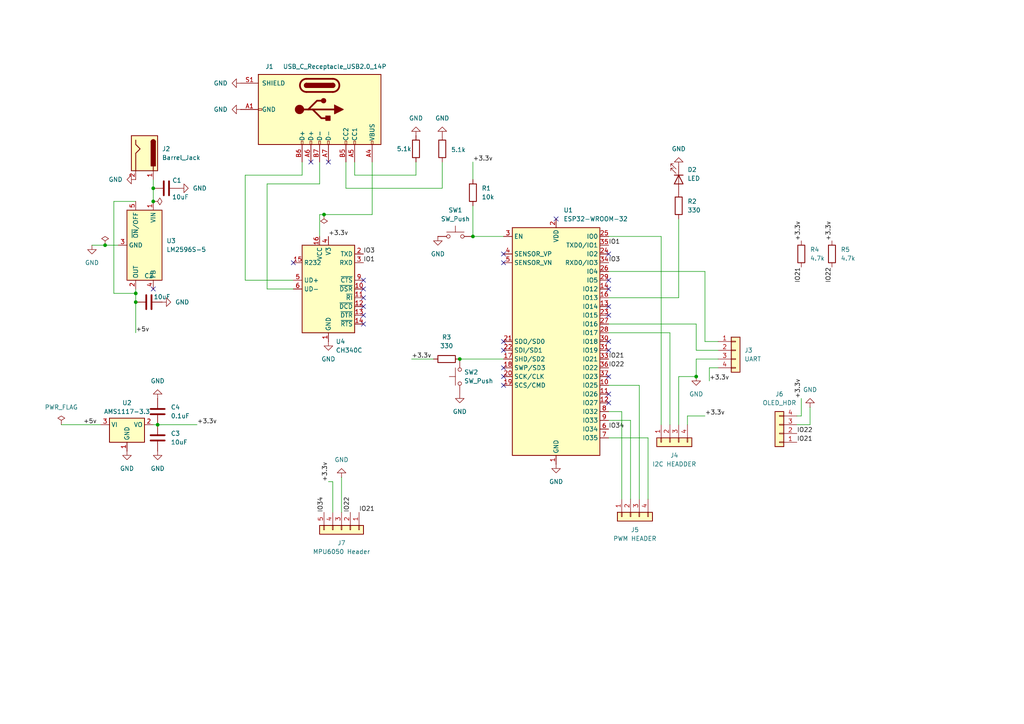
<source format=kicad_sch>
(kicad_sch
	(version 20250114)
	(generator "eeschema")
	(generator_version "9.0")
	(uuid "fa6eca59-c995-4553-9b04-653987dee380")
	(paper "A4")
	(lib_symbols
		(symbol "Connector:Barrel_Jack"
			(pin_names
				(offset 1.016)
			)
			(exclude_from_sim no)
			(in_bom yes)
			(on_board yes)
			(property "Reference" "J"
				(at 0 5.334 0)
				(effects
					(font
						(size 1.27 1.27)
					)
				)
			)
			(property "Value" "Barrel_Jack"
				(at 0 -5.08 0)
				(effects
					(font
						(size 1.27 1.27)
					)
				)
			)
			(property "Footprint" ""
				(at 1.27 -1.016 0)
				(effects
					(font
						(size 1.27 1.27)
					)
					(hide yes)
				)
			)
			(property "Datasheet" "~"
				(at 1.27 -1.016 0)
				(effects
					(font
						(size 1.27 1.27)
					)
					(hide yes)
				)
			)
			(property "Description" "DC Barrel Jack"
				(at 0 0 0)
				(effects
					(font
						(size 1.27 1.27)
					)
					(hide yes)
				)
			)
			(property "ki_keywords" "DC power barrel jack connector"
				(at 0 0 0)
				(effects
					(font
						(size 1.27 1.27)
					)
					(hide yes)
				)
			)
			(property "ki_fp_filters" "BarrelJack*"
				(at 0 0 0)
				(effects
					(font
						(size 1.27 1.27)
					)
					(hide yes)
				)
			)
			(symbol "Barrel_Jack_0_1"
				(rectangle
					(start -5.08 3.81)
					(end 5.08 -3.81)
					(stroke
						(width 0.254)
						(type default)
					)
					(fill
						(type background)
					)
				)
				(polyline
					(pts
						(xy -3.81 -2.54) (xy -2.54 -2.54) (xy -1.27 -1.27) (xy 0 -2.54) (xy 2.54 -2.54) (xy 5.08 -2.54)
					)
					(stroke
						(width 0.254)
						(type default)
					)
					(fill
						(type none)
					)
				)
				(arc
					(start -3.302 1.905)
					(mid -3.9343 2.54)
					(end -3.302 3.175)
					(stroke
						(width 0.254)
						(type default)
					)
					(fill
						(type none)
					)
				)
				(arc
					(start -3.302 1.905)
					(mid -3.9343 2.54)
					(end -3.302 3.175)
					(stroke
						(width 0.254)
						(type default)
					)
					(fill
						(type outline)
					)
				)
				(rectangle
					(start 3.683 3.175)
					(end -3.302 1.905)
					(stroke
						(width 0.254)
						(type default)
					)
					(fill
						(type outline)
					)
				)
				(polyline
					(pts
						(xy 5.08 2.54) (xy 3.81 2.54)
					)
					(stroke
						(width 0.254)
						(type default)
					)
					(fill
						(type none)
					)
				)
			)
			(symbol "Barrel_Jack_1_1"
				(pin passive line
					(at 7.62 2.54 180)
					(length 2.54)
					(name "~"
						(effects
							(font
								(size 1.27 1.27)
							)
						)
					)
					(number "1"
						(effects
							(font
								(size 1.27 1.27)
							)
						)
					)
				)
				(pin passive line
					(at 7.62 -2.54 180)
					(length 2.54)
					(name "~"
						(effects
							(font
								(size 1.27 1.27)
							)
						)
					)
					(number "2"
						(effects
							(font
								(size 1.27 1.27)
							)
						)
					)
				)
			)
			(embedded_fonts no)
		)
		(symbol "Connector:USB_C_Receptacle_USB2.0_14P"
			(pin_names
				(offset 1.016)
			)
			(exclude_from_sim no)
			(in_bom yes)
			(on_board yes)
			(property "Reference" "J"
				(at 0 22.225 0)
				(effects
					(font
						(size 1.27 1.27)
					)
				)
			)
			(property "Value" "USB_C_Receptacle_USB2.0_14P"
				(at 0 19.685 0)
				(effects
					(font
						(size 1.27 1.27)
					)
				)
			)
			(property "Footprint" ""
				(at 3.81 0 0)
				(effects
					(font
						(size 1.27 1.27)
					)
					(hide yes)
				)
			)
			(property "Datasheet" "https://www.usb.org/sites/default/files/documents/usb_type-c.zip"
				(at 3.81 0 0)
				(effects
					(font
						(size 1.27 1.27)
					)
					(hide yes)
				)
			)
			(property "Description" "USB 2.0-only 14P Type-C Receptacle connector"
				(at 0 0 0)
				(effects
					(font
						(size 1.27 1.27)
					)
					(hide yes)
				)
			)
			(property "ki_keywords" "usb universal serial bus type-C USB2.0"
				(at 0 0 0)
				(effects
					(font
						(size 1.27 1.27)
					)
					(hide yes)
				)
			)
			(property "ki_fp_filters" "USB*C*Receptacle*"
				(at 0 0 0)
				(effects
					(font
						(size 1.27 1.27)
					)
					(hide yes)
				)
			)
			(symbol "USB_C_Receptacle_USB2.0_14P_0_0"
				(rectangle
					(start -0.254 -17.78)
					(end 0.254 -16.764)
					(stroke
						(width 0)
						(type default)
					)
					(fill
						(type none)
					)
				)
				(rectangle
					(start 10.16 15.494)
					(end 9.144 14.986)
					(stroke
						(width 0)
						(type default)
					)
					(fill
						(type none)
					)
				)
				(rectangle
					(start 10.16 10.414)
					(end 9.144 9.906)
					(stroke
						(width 0)
						(type default)
					)
					(fill
						(type none)
					)
				)
				(rectangle
					(start 10.16 7.874)
					(end 9.144 7.366)
					(stroke
						(width 0)
						(type default)
					)
					(fill
						(type none)
					)
				)
				(rectangle
					(start 10.16 2.794)
					(end 9.144 2.286)
					(stroke
						(width 0)
						(type default)
					)
					(fill
						(type none)
					)
				)
				(rectangle
					(start 10.16 0.254)
					(end 9.144 -0.254)
					(stroke
						(width 0)
						(type default)
					)
					(fill
						(type none)
					)
				)
				(rectangle
					(start 10.16 -2.286)
					(end 9.144 -2.794)
					(stroke
						(width 0)
						(type default)
					)
					(fill
						(type none)
					)
				)
				(rectangle
					(start 10.16 -4.826)
					(end 9.144 -5.334)
					(stroke
						(width 0)
						(type default)
					)
					(fill
						(type none)
					)
				)
			)
			(symbol "USB_C_Receptacle_USB2.0_14P_0_1"
				(rectangle
					(start -10.16 17.78)
					(end 10.16 -17.78)
					(stroke
						(width 0.254)
						(type default)
					)
					(fill
						(type background)
					)
				)
				(polyline
					(pts
						(xy -8.89 -3.81) (xy -8.89 3.81)
					)
					(stroke
						(width 0.508)
						(type default)
					)
					(fill
						(type none)
					)
				)
				(rectangle
					(start -7.62 -3.81)
					(end -6.35 3.81)
					(stroke
						(width 0.254)
						(type default)
					)
					(fill
						(type outline)
					)
				)
				(arc
					(start -7.62 3.81)
					(mid -6.985 4.4423)
					(end -6.35 3.81)
					(stroke
						(width 0.254)
						(type default)
					)
					(fill
						(type none)
					)
				)
				(arc
					(start -7.62 3.81)
					(mid -6.985 4.4423)
					(end -6.35 3.81)
					(stroke
						(width 0.254)
						(type default)
					)
					(fill
						(type outline)
					)
				)
				(arc
					(start -8.89 3.81)
					(mid -6.985 5.7067)
					(end -5.08 3.81)
					(stroke
						(width 0.508)
						(type default)
					)
					(fill
						(type none)
					)
				)
				(arc
					(start -5.08 -3.81)
					(mid -6.985 -5.7067)
					(end -8.89 -3.81)
					(stroke
						(width 0.508)
						(type default)
					)
					(fill
						(type none)
					)
				)
				(arc
					(start -6.35 -3.81)
					(mid -6.985 -4.4423)
					(end -7.62 -3.81)
					(stroke
						(width 0.254)
						(type default)
					)
					(fill
						(type none)
					)
				)
				(arc
					(start -6.35 -3.81)
					(mid -6.985 -4.4423)
					(end -7.62 -3.81)
					(stroke
						(width 0.254)
						(type default)
					)
					(fill
						(type outline)
					)
				)
				(polyline
					(pts
						(xy -5.08 3.81) (xy -5.08 -3.81)
					)
					(stroke
						(width 0.508)
						(type default)
					)
					(fill
						(type none)
					)
				)
				(circle
					(center -2.54 1.143)
					(radius 0.635)
					(stroke
						(width 0.254)
						(type default)
					)
					(fill
						(type outline)
					)
				)
				(polyline
					(pts
						(xy -1.27 4.318) (xy 0 6.858) (xy 1.27 4.318) (xy -1.27 4.318)
					)
					(stroke
						(width 0.254)
						(type default)
					)
					(fill
						(type outline)
					)
				)
				(polyline
					(pts
						(xy 0 -2.032) (xy 2.54 0.508) (xy 2.54 1.778)
					)
					(stroke
						(width 0.508)
						(type default)
					)
					(fill
						(type none)
					)
				)
				(polyline
					(pts
						(xy 0 -3.302) (xy -2.54 -0.762) (xy -2.54 0.508)
					)
					(stroke
						(width 0.508)
						(type default)
					)
					(fill
						(type none)
					)
				)
				(polyline
					(pts
						(xy 0 -5.842) (xy 0 4.318)
					)
					(stroke
						(width 0.508)
						(type default)
					)
					(fill
						(type none)
					)
				)
				(circle
					(center 0 -5.842)
					(radius 1.27)
					(stroke
						(width 0)
						(type default)
					)
					(fill
						(type outline)
					)
				)
				(rectangle
					(start 1.905 1.778)
					(end 3.175 3.048)
					(stroke
						(width 0.254)
						(type default)
					)
					(fill
						(type outline)
					)
				)
			)
			(symbol "USB_C_Receptacle_USB2.0_14P_1_1"
				(pin passive line
					(at -7.62 -22.86 90)
					(length 5.08)
					(name "SHIELD"
						(effects
							(font
								(size 1.27 1.27)
							)
						)
					)
					(number "S1"
						(effects
							(font
								(size 1.27 1.27)
							)
						)
					)
				)
				(pin passive line
					(at 0 -22.86 90)
					(length 5.08)
					(name "GND"
						(effects
							(font
								(size 1.27 1.27)
							)
						)
					)
					(number "A1"
						(effects
							(font
								(size 1.27 1.27)
							)
						)
					)
				)
				(pin passive line
					(at 0 -22.86 90)
					(length 5.08)
					(hide yes)
					(name "GND"
						(effects
							(font
								(size 1.27 1.27)
							)
						)
					)
					(number "A12"
						(effects
							(font
								(size 1.27 1.27)
							)
						)
					)
				)
				(pin passive line
					(at 0 -22.86 90)
					(length 5.08)
					(hide yes)
					(name "GND"
						(effects
							(font
								(size 1.27 1.27)
							)
						)
					)
					(number "B1"
						(effects
							(font
								(size 1.27 1.27)
							)
						)
					)
				)
				(pin passive line
					(at 0 -22.86 90)
					(length 5.08)
					(hide yes)
					(name "GND"
						(effects
							(font
								(size 1.27 1.27)
							)
						)
					)
					(number "B12"
						(effects
							(font
								(size 1.27 1.27)
							)
						)
					)
				)
				(pin passive line
					(at 15.24 15.24 180)
					(length 5.08)
					(name "VBUS"
						(effects
							(font
								(size 1.27 1.27)
							)
						)
					)
					(number "A4"
						(effects
							(font
								(size 1.27 1.27)
							)
						)
					)
				)
				(pin passive line
					(at 15.24 15.24 180)
					(length 5.08)
					(hide yes)
					(name "VBUS"
						(effects
							(font
								(size 1.27 1.27)
							)
						)
					)
					(number "A9"
						(effects
							(font
								(size 1.27 1.27)
							)
						)
					)
				)
				(pin passive line
					(at 15.24 15.24 180)
					(length 5.08)
					(hide yes)
					(name "VBUS"
						(effects
							(font
								(size 1.27 1.27)
							)
						)
					)
					(number "B4"
						(effects
							(font
								(size 1.27 1.27)
							)
						)
					)
				)
				(pin passive line
					(at 15.24 15.24 180)
					(length 5.08)
					(hide yes)
					(name "VBUS"
						(effects
							(font
								(size 1.27 1.27)
							)
						)
					)
					(number "B9"
						(effects
							(font
								(size 1.27 1.27)
							)
						)
					)
				)
				(pin bidirectional line
					(at 15.24 10.16 180)
					(length 5.08)
					(name "CC1"
						(effects
							(font
								(size 1.27 1.27)
							)
						)
					)
					(number "A5"
						(effects
							(font
								(size 1.27 1.27)
							)
						)
					)
				)
				(pin bidirectional line
					(at 15.24 7.62 180)
					(length 5.08)
					(name "CC2"
						(effects
							(font
								(size 1.27 1.27)
							)
						)
					)
					(number "B5"
						(effects
							(font
								(size 1.27 1.27)
							)
						)
					)
				)
				(pin bidirectional line
					(at 15.24 2.54 180)
					(length 5.08)
					(name "D-"
						(effects
							(font
								(size 1.27 1.27)
							)
						)
					)
					(number "A7"
						(effects
							(font
								(size 1.27 1.27)
							)
						)
					)
				)
				(pin bidirectional line
					(at 15.24 0 180)
					(length 5.08)
					(name "D-"
						(effects
							(font
								(size 1.27 1.27)
							)
						)
					)
					(number "B7"
						(effects
							(font
								(size 1.27 1.27)
							)
						)
					)
				)
				(pin bidirectional line
					(at 15.24 -2.54 180)
					(length 5.08)
					(name "D+"
						(effects
							(font
								(size 1.27 1.27)
							)
						)
					)
					(number "A6"
						(effects
							(font
								(size 1.27 1.27)
							)
						)
					)
				)
				(pin bidirectional line
					(at 15.24 -5.08 180)
					(length 5.08)
					(name "D+"
						(effects
							(font
								(size 1.27 1.27)
							)
						)
					)
					(number "B6"
						(effects
							(font
								(size 1.27 1.27)
							)
						)
					)
				)
			)
			(embedded_fonts no)
		)
		(symbol "Connector_Generic:Conn_01x04"
			(pin_names
				(offset 1.016)
				(hide yes)
			)
			(exclude_from_sim no)
			(in_bom yes)
			(on_board yes)
			(property "Reference" "J"
				(at 0 5.08 0)
				(effects
					(font
						(size 1.27 1.27)
					)
				)
			)
			(property "Value" "Conn_01x04"
				(at 0 -7.62 0)
				(effects
					(font
						(size 1.27 1.27)
					)
				)
			)
			(property "Footprint" ""
				(at 0 0 0)
				(effects
					(font
						(size 1.27 1.27)
					)
					(hide yes)
				)
			)
			(property "Datasheet" "~"
				(at 0 0 0)
				(effects
					(font
						(size 1.27 1.27)
					)
					(hide yes)
				)
			)
			(property "Description" "Generic connector, single row, 01x04, script generated (kicad-library-utils/schlib/autogen/connector/)"
				(at 0 0 0)
				(effects
					(font
						(size 1.27 1.27)
					)
					(hide yes)
				)
			)
			(property "ki_keywords" "connector"
				(at 0 0 0)
				(effects
					(font
						(size 1.27 1.27)
					)
					(hide yes)
				)
			)
			(property "ki_fp_filters" "Connector*:*_1x??_*"
				(at 0 0 0)
				(effects
					(font
						(size 1.27 1.27)
					)
					(hide yes)
				)
			)
			(symbol "Conn_01x04_1_1"
				(rectangle
					(start -1.27 3.81)
					(end 1.27 -6.35)
					(stroke
						(width 0.254)
						(type default)
					)
					(fill
						(type background)
					)
				)
				(rectangle
					(start -1.27 2.667)
					(end 0 2.413)
					(stroke
						(width 0.1524)
						(type default)
					)
					(fill
						(type none)
					)
				)
				(rectangle
					(start -1.27 0.127)
					(end 0 -0.127)
					(stroke
						(width 0.1524)
						(type default)
					)
					(fill
						(type none)
					)
				)
				(rectangle
					(start -1.27 -2.413)
					(end 0 -2.667)
					(stroke
						(width 0.1524)
						(type default)
					)
					(fill
						(type none)
					)
				)
				(rectangle
					(start -1.27 -4.953)
					(end 0 -5.207)
					(stroke
						(width 0.1524)
						(type default)
					)
					(fill
						(type none)
					)
				)
				(pin passive line
					(at -5.08 2.54 0)
					(length 3.81)
					(name "Pin_1"
						(effects
							(font
								(size 1.27 1.27)
							)
						)
					)
					(number "1"
						(effects
							(font
								(size 1.27 1.27)
							)
						)
					)
				)
				(pin passive line
					(at -5.08 0 0)
					(length 3.81)
					(name "Pin_2"
						(effects
							(font
								(size 1.27 1.27)
							)
						)
					)
					(number "2"
						(effects
							(font
								(size 1.27 1.27)
							)
						)
					)
				)
				(pin passive line
					(at -5.08 -2.54 0)
					(length 3.81)
					(name "Pin_3"
						(effects
							(font
								(size 1.27 1.27)
							)
						)
					)
					(number "3"
						(effects
							(font
								(size 1.27 1.27)
							)
						)
					)
				)
				(pin passive line
					(at -5.08 -5.08 0)
					(length 3.81)
					(name "Pin_4"
						(effects
							(font
								(size 1.27 1.27)
							)
						)
					)
					(number "4"
						(effects
							(font
								(size 1.27 1.27)
							)
						)
					)
				)
			)
			(embedded_fonts no)
		)
		(symbol "Connector_Generic:Conn_01x05"
			(pin_names
				(offset 1.016)
				(hide yes)
			)
			(exclude_from_sim no)
			(in_bom yes)
			(on_board yes)
			(property "Reference" "J"
				(at 0 7.62 0)
				(effects
					(font
						(size 1.27 1.27)
					)
				)
			)
			(property "Value" "Conn_01x05"
				(at 0 -7.62 0)
				(effects
					(font
						(size 1.27 1.27)
					)
				)
			)
			(property "Footprint" ""
				(at 0 0 0)
				(effects
					(font
						(size 1.27 1.27)
					)
					(hide yes)
				)
			)
			(property "Datasheet" "~"
				(at 0 0 0)
				(effects
					(font
						(size 1.27 1.27)
					)
					(hide yes)
				)
			)
			(property "Description" "Generic connector, single row, 01x05, script generated (kicad-library-utils/schlib/autogen/connector/)"
				(at 0 0 0)
				(effects
					(font
						(size 1.27 1.27)
					)
					(hide yes)
				)
			)
			(property "ki_keywords" "connector"
				(at 0 0 0)
				(effects
					(font
						(size 1.27 1.27)
					)
					(hide yes)
				)
			)
			(property "ki_fp_filters" "Connector*:*_1x??_*"
				(at 0 0 0)
				(effects
					(font
						(size 1.27 1.27)
					)
					(hide yes)
				)
			)
			(symbol "Conn_01x05_1_1"
				(rectangle
					(start -1.27 6.35)
					(end 1.27 -6.35)
					(stroke
						(width 0.254)
						(type default)
					)
					(fill
						(type background)
					)
				)
				(rectangle
					(start -1.27 5.207)
					(end 0 4.953)
					(stroke
						(width 0.1524)
						(type default)
					)
					(fill
						(type none)
					)
				)
				(rectangle
					(start -1.27 2.667)
					(end 0 2.413)
					(stroke
						(width 0.1524)
						(type default)
					)
					(fill
						(type none)
					)
				)
				(rectangle
					(start -1.27 0.127)
					(end 0 -0.127)
					(stroke
						(width 0.1524)
						(type default)
					)
					(fill
						(type none)
					)
				)
				(rectangle
					(start -1.27 -2.413)
					(end 0 -2.667)
					(stroke
						(width 0.1524)
						(type default)
					)
					(fill
						(type none)
					)
				)
				(rectangle
					(start -1.27 -4.953)
					(end 0 -5.207)
					(stroke
						(width 0.1524)
						(type default)
					)
					(fill
						(type none)
					)
				)
				(pin passive line
					(at -5.08 5.08 0)
					(length 3.81)
					(name "Pin_1"
						(effects
							(font
								(size 1.27 1.27)
							)
						)
					)
					(number "1"
						(effects
							(font
								(size 1.27 1.27)
							)
						)
					)
				)
				(pin passive line
					(at -5.08 2.54 0)
					(length 3.81)
					(name "Pin_2"
						(effects
							(font
								(size 1.27 1.27)
							)
						)
					)
					(number "2"
						(effects
							(font
								(size 1.27 1.27)
							)
						)
					)
				)
				(pin passive line
					(at -5.08 0 0)
					(length 3.81)
					(name "Pin_3"
						(effects
							(font
								(size 1.27 1.27)
							)
						)
					)
					(number "3"
						(effects
							(font
								(size 1.27 1.27)
							)
						)
					)
				)
				(pin passive line
					(at -5.08 -2.54 0)
					(length 3.81)
					(name "Pin_4"
						(effects
							(font
								(size 1.27 1.27)
							)
						)
					)
					(number "4"
						(effects
							(font
								(size 1.27 1.27)
							)
						)
					)
				)
				(pin passive line
					(at -5.08 -5.08 0)
					(length 3.81)
					(name "Pin_5"
						(effects
							(font
								(size 1.27 1.27)
							)
						)
					)
					(number "5"
						(effects
							(font
								(size 1.27 1.27)
							)
						)
					)
				)
			)
			(embedded_fonts no)
		)
		(symbol "Device:C"
			(pin_numbers
				(hide yes)
			)
			(pin_names
				(offset 0.254)
			)
			(exclude_from_sim no)
			(in_bom yes)
			(on_board yes)
			(property "Reference" "C"
				(at 0.635 2.54 0)
				(effects
					(font
						(size 1.27 1.27)
					)
					(justify left)
				)
			)
			(property "Value" "C"
				(at 0.635 -2.54 0)
				(effects
					(font
						(size 1.27 1.27)
					)
					(justify left)
				)
			)
			(property "Footprint" ""
				(at 0.9652 -3.81 0)
				(effects
					(font
						(size 1.27 1.27)
					)
					(hide yes)
				)
			)
			(property "Datasheet" "~"
				(at 0 0 0)
				(effects
					(font
						(size 1.27 1.27)
					)
					(hide yes)
				)
			)
			(property "Description" "Unpolarized capacitor"
				(at 0 0 0)
				(effects
					(font
						(size 1.27 1.27)
					)
					(hide yes)
				)
			)
			(property "ki_keywords" "cap capacitor"
				(at 0 0 0)
				(effects
					(font
						(size 1.27 1.27)
					)
					(hide yes)
				)
			)
			(property "ki_fp_filters" "C_*"
				(at 0 0 0)
				(effects
					(font
						(size 1.27 1.27)
					)
					(hide yes)
				)
			)
			(symbol "C_0_1"
				(polyline
					(pts
						(xy -2.032 0.762) (xy 2.032 0.762)
					)
					(stroke
						(width 0.508)
						(type default)
					)
					(fill
						(type none)
					)
				)
				(polyline
					(pts
						(xy -2.032 -0.762) (xy 2.032 -0.762)
					)
					(stroke
						(width 0.508)
						(type default)
					)
					(fill
						(type none)
					)
				)
			)
			(symbol "C_1_1"
				(pin passive line
					(at 0 3.81 270)
					(length 2.794)
					(name "~"
						(effects
							(font
								(size 1.27 1.27)
							)
						)
					)
					(number "1"
						(effects
							(font
								(size 1.27 1.27)
							)
						)
					)
				)
				(pin passive line
					(at 0 -3.81 90)
					(length 2.794)
					(name "~"
						(effects
							(font
								(size 1.27 1.27)
							)
						)
					)
					(number "2"
						(effects
							(font
								(size 1.27 1.27)
							)
						)
					)
				)
			)
			(embedded_fonts no)
		)
		(symbol "Device:LED"
			(pin_numbers
				(hide yes)
			)
			(pin_names
				(offset 1.016)
				(hide yes)
			)
			(exclude_from_sim no)
			(in_bom yes)
			(on_board yes)
			(property "Reference" "D"
				(at 0 2.54 0)
				(effects
					(font
						(size 1.27 1.27)
					)
				)
			)
			(property "Value" "LED"
				(at 0 -2.54 0)
				(effects
					(font
						(size 1.27 1.27)
					)
				)
			)
			(property "Footprint" ""
				(at 0 0 0)
				(effects
					(font
						(size 1.27 1.27)
					)
					(hide yes)
				)
			)
			(property "Datasheet" "~"
				(at 0 0 0)
				(effects
					(font
						(size 1.27 1.27)
					)
					(hide yes)
				)
			)
			(property "Description" "Light emitting diode"
				(at 0 0 0)
				(effects
					(font
						(size 1.27 1.27)
					)
					(hide yes)
				)
			)
			(property "Sim.Pins" "1=K 2=A"
				(at 0 0 0)
				(effects
					(font
						(size 1.27 1.27)
					)
					(hide yes)
				)
			)
			(property "ki_keywords" "LED diode"
				(at 0 0 0)
				(effects
					(font
						(size 1.27 1.27)
					)
					(hide yes)
				)
			)
			(property "ki_fp_filters" "LED* LED_SMD:* LED_THT:*"
				(at 0 0 0)
				(effects
					(font
						(size 1.27 1.27)
					)
					(hide yes)
				)
			)
			(symbol "LED_0_1"
				(polyline
					(pts
						(xy -3.048 -0.762) (xy -4.572 -2.286) (xy -3.81 -2.286) (xy -4.572 -2.286) (xy -4.572 -1.524)
					)
					(stroke
						(width 0)
						(type default)
					)
					(fill
						(type none)
					)
				)
				(polyline
					(pts
						(xy -1.778 -0.762) (xy -3.302 -2.286) (xy -2.54 -2.286) (xy -3.302 -2.286) (xy -3.302 -1.524)
					)
					(stroke
						(width 0)
						(type default)
					)
					(fill
						(type none)
					)
				)
				(polyline
					(pts
						(xy -1.27 0) (xy 1.27 0)
					)
					(stroke
						(width 0)
						(type default)
					)
					(fill
						(type none)
					)
				)
				(polyline
					(pts
						(xy -1.27 -1.27) (xy -1.27 1.27)
					)
					(stroke
						(width 0.254)
						(type default)
					)
					(fill
						(type none)
					)
				)
				(polyline
					(pts
						(xy 1.27 -1.27) (xy 1.27 1.27) (xy -1.27 0) (xy 1.27 -1.27)
					)
					(stroke
						(width 0.254)
						(type default)
					)
					(fill
						(type none)
					)
				)
			)
			(symbol "LED_1_1"
				(pin passive line
					(at -3.81 0 0)
					(length 2.54)
					(name "K"
						(effects
							(font
								(size 1.27 1.27)
							)
						)
					)
					(number "1"
						(effects
							(font
								(size 1.27 1.27)
							)
						)
					)
				)
				(pin passive line
					(at 3.81 0 180)
					(length 2.54)
					(name "A"
						(effects
							(font
								(size 1.27 1.27)
							)
						)
					)
					(number "2"
						(effects
							(font
								(size 1.27 1.27)
							)
						)
					)
				)
			)
			(embedded_fonts no)
		)
		(symbol "Device:R"
			(pin_numbers
				(hide yes)
			)
			(pin_names
				(offset 0)
			)
			(exclude_from_sim no)
			(in_bom yes)
			(on_board yes)
			(property "Reference" "R"
				(at 2.032 0 90)
				(effects
					(font
						(size 1.27 1.27)
					)
				)
			)
			(property "Value" "R"
				(at 0 0 90)
				(effects
					(font
						(size 1.27 1.27)
					)
				)
			)
			(property "Footprint" ""
				(at -1.778 0 90)
				(effects
					(font
						(size 1.27 1.27)
					)
					(hide yes)
				)
			)
			(property "Datasheet" "~"
				(at 0 0 0)
				(effects
					(font
						(size 1.27 1.27)
					)
					(hide yes)
				)
			)
			(property "Description" "Resistor"
				(at 0 0 0)
				(effects
					(font
						(size 1.27 1.27)
					)
					(hide yes)
				)
			)
			(property "ki_keywords" "R res resistor"
				(at 0 0 0)
				(effects
					(font
						(size 1.27 1.27)
					)
					(hide yes)
				)
			)
			(property "ki_fp_filters" "R_*"
				(at 0 0 0)
				(effects
					(font
						(size 1.27 1.27)
					)
					(hide yes)
				)
			)
			(symbol "R_0_1"
				(rectangle
					(start -1.016 -2.54)
					(end 1.016 2.54)
					(stroke
						(width 0.254)
						(type default)
					)
					(fill
						(type none)
					)
				)
			)
			(symbol "R_1_1"
				(pin passive line
					(at 0 3.81 270)
					(length 1.27)
					(name "~"
						(effects
							(font
								(size 1.27 1.27)
							)
						)
					)
					(number "1"
						(effects
							(font
								(size 1.27 1.27)
							)
						)
					)
				)
				(pin passive line
					(at 0 -3.81 90)
					(length 1.27)
					(name "~"
						(effects
							(font
								(size 1.27 1.27)
							)
						)
					)
					(number "2"
						(effects
							(font
								(size 1.27 1.27)
							)
						)
					)
				)
			)
			(embedded_fonts no)
		)
		(symbol "Interface_USB:CH340C"
			(exclude_from_sim no)
			(in_bom yes)
			(on_board yes)
			(property "Reference" "U4"
				(at 2.1433 -15.24 0)
				(effects
					(font
						(size 1.27 1.27)
					)
					(justify left)
				)
			)
			(property "Value" "CH340C"
				(at 2.1433 -17.78 0)
				(effects
					(font
						(size 1.27 1.27)
					)
					(justify left)
				)
			)
			(property "Footprint" "Package_SO:SOIC-16_3.9x9.9mm_P1.27mm"
				(at -18.542 30.226 0)
				(effects
					(font
						(size 1.27 1.27)
					)
					(justify left)
					(hide yes)
				)
			)
			(property "Datasheet" "https://datasheet.lcsc.com/szlcsc/Jiangsu-Qin-Heng-CH340C_C84681.pdf"
				(at -6.604 33.274 0)
				(effects
					(font
						(size 1.27 1.27)
					)
					(hide yes)
				)
			)
			(property "Description" "USB serial converter, crystal-less, UART, SOIC-16"
				(at -1.524 36.068 0)
				(effects
					(font
						(size 1.27 1.27)
					)
					(hide yes)
				)
			)
			(property "ki_keywords" "USB UART Serial Converter Interface"
				(at 0 0 0)
				(effects
					(font
						(size 1.27 1.27)
					)
					(hide yes)
				)
			)
			(property "ki_fp_filters" "SOIC*3.9x9.9mm*P1.27mm*"
				(at 0 0 0)
				(effects
					(font
						(size 1.27 1.27)
					)
					(hide yes)
				)
			)
			(symbol "CH340C_0_1"
				(rectangle
					(start -7.62 12.7)
					(end 7.62 -12.7)
					(stroke
						(width 0.254)
						(type default)
					)
					(fill
						(type background)
					)
				)
			)
			(symbol "CH340C_1_1"
				(pin input line
					(at -10.16 7.62 0)
					(length 2.54)
					(name "R232"
						(effects
							(font
								(size 1.27 1.27)
							)
						)
					)
					(number "15"
						(effects
							(font
								(size 1.27 1.27)
							)
						)
					)
				)
				(pin bidirectional line
					(at -10.16 2.54 0)
					(length 2.54)
					(name "UD+"
						(effects
							(font
								(size 1.27 1.27)
							)
						)
					)
					(number "5"
						(effects
							(font
								(size 1.27 1.27)
							)
						)
					)
				)
				(pin bidirectional line
					(at -10.16 0 0)
					(length 2.54)
					(name "UD-"
						(effects
							(font
								(size 1.27 1.27)
							)
						)
					)
					(number "6"
						(effects
							(font
								(size 1.27 1.27)
							)
						)
					)
				)
				(pin no_connect line
					(at -7.62 -5.08 0)
					(length 2.54)
					(hide yes)
					(name "NC"
						(effects
							(font
								(size 1.27 1.27)
							)
						)
					)
					(number "7"
						(effects
							(font
								(size 1.27 1.27)
							)
						)
					)
				)
				(pin no_connect line
					(at -7.62 -7.62 0)
					(length 2.54)
					(hide yes)
					(name "NC"
						(effects
							(font
								(size 1.27 1.27)
							)
						)
					)
					(number "8"
						(effects
							(font
								(size 1.27 1.27)
							)
						)
					)
				)
				(pin power_in line
					(at -2.54 15.24 270)
					(length 2.54)
					(name "VCC"
						(effects
							(font
								(size 1.27 1.27)
							)
						)
					)
					(number "16"
						(effects
							(font
								(size 1.27 1.27)
							)
						)
					)
				)
				(pin power_in line
					(at 0 15.24 270)
					(length 2.54)
					(name "V3"
						(effects
							(font
								(size 1.27 1.27)
							)
						)
					)
					(number "4"
						(effects
							(font
								(size 1.27 1.27)
							)
						)
					)
				)
				(pin power_in line
					(at 0 -15.24 90)
					(length 2.54)
					(name "GND"
						(effects
							(font
								(size 1.27 1.27)
							)
						)
					)
					(number "1"
						(effects
							(font
								(size 1.27 1.27)
							)
						)
					)
				)
				(pin output line
					(at 10.16 10.16 180)
					(length 2.54)
					(name "TXD"
						(effects
							(font
								(size 1.27 1.27)
							)
						)
					)
					(number "2"
						(effects
							(font
								(size 1.27 1.27)
							)
						)
					)
				)
				(pin input line
					(at 10.16 7.62 180)
					(length 2.54)
					(name "RXD"
						(effects
							(font
								(size 1.27 1.27)
							)
						)
					)
					(number "3"
						(effects
							(font
								(size 1.27 1.27)
							)
						)
					)
				)
				(pin input line
					(at 10.16 2.54 180)
					(length 2.54)
					(name "~{CTS}"
						(effects
							(font
								(size 1.27 1.27)
							)
						)
					)
					(number "9"
						(effects
							(font
								(size 1.27 1.27)
							)
						)
					)
				)
				(pin input line
					(at 10.16 0 180)
					(length 2.54)
					(name "~{DSR}"
						(effects
							(font
								(size 1.27 1.27)
							)
						)
					)
					(number "10"
						(effects
							(font
								(size 1.27 1.27)
							)
						)
					)
				)
				(pin input line
					(at 10.16 -2.54 180)
					(length 2.54)
					(name "~{RI}"
						(effects
							(font
								(size 1.27 1.27)
							)
						)
					)
					(number "11"
						(effects
							(font
								(size 1.27 1.27)
							)
						)
					)
				)
				(pin input line
					(at 10.16 -5.08 180)
					(length 2.54)
					(name "~{DCD}"
						(effects
							(font
								(size 1.27 1.27)
							)
						)
					)
					(number "12"
						(effects
							(font
								(size 1.27 1.27)
							)
						)
					)
				)
				(pin output line
					(at 10.16 -7.62 180)
					(length 2.54)
					(name "~{DTR}"
						(effects
							(font
								(size 1.27 1.27)
							)
						)
					)
					(number "13"
						(effects
							(font
								(size 1.27 1.27)
							)
						)
					)
				)
				(pin output line
					(at 10.16 -10.16 180)
					(length 2.54)
					(name "~{RTS}"
						(effects
							(font
								(size 1.27 1.27)
							)
						)
					)
					(number "14"
						(effects
							(font
								(size 1.27 1.27)
							)
						)
					)
				)
			)
			(embedded_fonts no)
		)
		(symbol "RF_Module:ESP32-WROOM-32"
			(exclude_from_sim no)
			(in_bom yes)
			(on_board yes)
			(property "Reference" "U"
				(at -12.7 34.29 0)
				(effects
					(font
						(size 1.27 1.27)
					)
					(justify left)
				)
			)
			(property "Value" "ESP32-WROOM-32"
				(at 1.27 34.29 0)
				(effects
					(font
						(size 1.27 1.27)
					)
					(justify left)
				)
			)
			(property "Footprint" "RF_Module:ESP32-WROOM-32"
				(at 0 -38.1 0)
				(effects
					(font
						(size 1.27 1.27)
					)
					(hide yes)
				)
			)
			(property "Datasheet" "https://www.espressif.com/sites/default/files/documentation/esp32-wroom-32_datasheet_en.pdf"
				(at -7.62 1.27 0)
				(effects
					(font
						(size 1.27 1.27)
					)
					(hide yes)
				)
			)
			(property "Description" "RF Module, ESP32-D0WDQ6 SoC, Wi-Fi 802.11b/g/n, Bluetooth, BLE, 32-bit, 2.7-3.6V, onboard antenna, SMD"
				(at 0 0 0)
				(effects
					(font
						(size 1.27 1.27)
					)
					(hide yes)
				)
			)
			(property "ki_keywords" "RF Radio BT ESP ESP32 Espressif onboard PCB antenna"
				(at 0 0 0)
				(effects
					(font
						(size 1.27 1.27)
					)
					(hide yes)
				)
			)
			(property "ki_fp_filters" "ESP32?WROOM?32*"
				(at 0 0 0)
				(effects
					(font
						(size 1.27 1.27)
					)
					(hide yes)
				)
			)
			(symbol "ESP32-WROOM-32_0_1"
				(rectangle
					(start -12.7 33.02)
					(end 12.7 -33.02)
					(stroke
						(width 0.254)
						(type default)
					)
					(fill
						(type background)
					)
				)
			)
			(symbol "ESP32-WROOM-32_1_1"
				(pin input line
					(at -15.24 30.48 0)
					(length 2.54)
					(name "EN"
						(effects
							(font
								(size 1.27 1.27)
							)
						)
					)
					(number "3"
						(effects
							(font
								(size 1.27 1.27)
							)
						)
					)
				)
				(pin input line
					(at -15.24 25.4 0)
					(length 2.54)
					(name "SENSOR_VP"
						(effects
							(font
								(size 1.27 1.27)
							)
						)
					)
					(number "4"
						(effects
							(font
								(size 1.27 1.27)
							)
						)
					)
				)
				(pin input line
					(at -15.24 22.86 0)
					(length 2.54)
					(name "SENSOR_VN"
						(effects
							(font
								(size 1.27 1.27)
							)
						)
					)
					(number "5"
						(effects
							(font
								(size 1.27 1.27)
							)
						)
					)
				)
				(pin bidirectional line
					(at -15.24 0 0)
					(length 2.54)
					(name "SDO/SD0"
						(effects
							(font
								(size 1.27 1.27)
							)
						)
					)
					(number "21"
						(effects
							(font
								(size 1.27 1.27)
							)
						)
					)
				)
				(pin bidirectional line
					(at -15.24 -2.54 0)
					(length 2.54)
					(name "SDI/SD1"
						(effects
							(font
								(size 1.27 1.27)
							)
						)
					)
					(number "22"
						(effects
							(font
								(size 1.27 1.27)
							)
						)
					)
				)
				(pin bidirectional line
					(at -15.24 -5.08 0)
					(length 2.54)
					(name "SHD/SD2"
						(effects
							(font
								(size 1.27 1.27)
							)
						)
					)
					(number "17"
						(effects
							(font
								(size 1.27 1.27)
							)
						)
					)
				)
				(pin bidirectional line
					(at -15.24 -7.62 0)
					(length 2.54)
					(name "SWP/SD3"
						(effects
							(font
								(size 1.27 1.27)
							)
						)
					)
					(number "18"
						(effects
							(font
								(size 1.27 1.27)
							)
						)
					)
				)
				(pin bidirectional line
					(at -15.24 -10.16 0)
					(length 2.54)
					(name "SCK/CLK"
						(effects
							(font
								(size 1.27 1.27)
							)
						)
					)
					(number "20"
						(effects
							(font
								(size 1.27 1.27)
							)
						)
					)
				)
				(pin bidirectional line
					(at -15.24 -12.7 0)
					(length 2.54)
					(name "SCS/CMD"
						(effects
							(font
								(size 1.27 1.27)
							)
						)
					)
					(number "19"
						(effects
							(font
								(size 1.27 1.27)
							)
						)
					)
				)
				(pin no_connect line
					(at -12.7 -27.94 0)
					(length 2.54)
					(hide yes)
					(name "NC"
						(effects
							(font
								(size 1.27 1.27)
							)
						)
					)
					(number "32"
						(effects
							(font
								(size 1.27 1.27)
							)
						)
					)
				)
				(pin power_in line
					(at 0 35.56 270)
					(length 2.54)
					(name "VDD"
						(effects
							(font
								(size 1.27 1.27)
							)
						)
					)
					(number "2"
						(effects
							(font
								(size 1.27 1.27)
							)
						)
					)
				)
				(pin power_in line
					(at 0 -35.56 90)
					(length 2.54)
					(name "GND"
						(effects
							(font
								(size 1.27 1.27)
							)
						)
					)
					(number "1"
						(effects
							(font
								(size 1.27 1.27)
							)
						)
					)
				)
				(pin passive line
					(at 0 -35.56 90)
					(length 2.54)
					(hide yes)
					(name "GND"
						(effects
							(font
								(size 1.27 1.27)
							)
						)
					)
					(number "15"
						(effects
							(font
								(size 1.27 1.27)
							)
						)
					)
				)
				(pin passive line
					(at 0 -35.56 90)
					(length 2.54)
					(hide yes)
					(name "GND"
						(effects
							(font
								(size 1.27 1.27)
							)
						)
					)
					(number "38"
						(effects
							(font
								(size 1.27 1.27)
							)
						)
					)
				)
				(pin passive line
					(at 0 -35.56 90)
					(length 2.54)
					(hide yes)
					(name "GND"
						(effects
							(font
								(size 1.27 1.27)
							)
						)
					)
					(number "39"
						(effects
							(font
								(size 1.27 1.27)
							)
						)
					)
				)
				(pin bidirectional line
					(at 15.24 30.48 180)
					(length 2.54)
					(name "IO0"
						(effects
							(font
								(size 1.27 1.27)
							)
						)
					)
					(number "25"
						(effects
							(font
								(size 1.27 1.27)
							)
						)
					)
				)
				(pin bidirectional line
					(at 15.24 27.94 180)
					(length 2.54)
					(name "TXD0/IO1"
						(effects
							(font
								(size 1.27 1.27)
							)
						)
					)
					(number "35"
						(effects
							(font
								(size 1.27 1.27)
							)
						)
					)
				)
				(pin bidirectional line
					(at 15.24 25.4 180)
					(length 2.54)
					(name "IO2"
						(effects
							(font
								(size 1.27 1.27)
							)
						)
					)
					(number "24"
						(effects
							(font
								(size 1.27 1.27)
							)
						)
					)
				)
				(pin bidirectional line
					(at 15.24 22.86 180)
					(length 2.54)
					(name "RXD0/IO3"
						(effects
							(font
								(size 1.27 1.27)
							)
						)
					)
					(number "34"
						(effects
							(font
								(size 1.27 1.27)
							)
						)
					)
				)
				(pin bidirectional line
					(at 15.24 20.32 180)
					(length 2.54)
					(name "IO4"
						(effects
							(font
								(size 1.27 1.27)
							)
						)
					)
					(number "26"
						(effects
							(font
								(size 1.27 1.27)
							)
						)
					)
				)
				(pin bidirectional line
					(at 15.24 17.78 180)
					(length 2.54)
					(name "IO5"
						(effects
							(font
								(size 1.27 1.27)
							)
						)
					)
					(number "29"
						(effects
							(font
								(size 1.27 1.27)
							)
						)
					)
				)
				(pin bidirectional line
					(at 15.24 15.24 180)
					(length 2.54)
					(name "IO12"
						(effects
							(font
								(size 1.27 1.27)
							)
						)
					)
					(number "14"
						(effects
							(font
								(size 1.27 1.27)
							)
						)
					)
				)
				(pin bidirectional line
					(at 15.24 12.7 180)
					(length 2.54)
					(name "IO13"
						(effects
							(font
								(size 1.27 1.27)
							)
						)
					)
					(number "16"
						(effects
							(font
								(size 1.27 1.27)
							)
						)
					)
				)
				(pin bidirectional line
					(at 15.24 10.16 180)
					(length 2.54)
					(name "IO14"
						(effects
							(font
								(size 1.27 1.27)
							)
						)
					)
					(number "13"
						(effects
							(font
								(size 1.27 1.27)
							)
						)
					)
				)
				(pin bidirectional line
					(at 15.24 7.62 180)
					(length 2.54)
					(name "IO15"
						(effects
							(font
								(size 1.27 1.27)
							)
						)
					)
					(number "23"
						(effects
							(font
								(size 1.27 1.27)
							)
						)
					)
				)
				(pin bidirectional line
					(at 15.24 5.08 180)
					(length 2.54)
					(name "IO16"
						(effects
							(font
								(size 1.27 1.27)
							)
						)
					)
					(number "27"
						(effects
							(font
								(size 1.27 1.27)
							)
						)
					)
				)
				(pin bidirectional line
					(at 15.24 2.54 180)
					(length 2.54)
					(name "IO17"
						(effects
							(font
								(size 1.27 1.27)
							)
						)
					)
					(number "28"
						(effects
							(font
								(size 1.27 1.27)
							)
						)
					)
				)
				(pin bidirectional line
					(at 15.24 0 180)
					(length 2.54)
					(name "IO18"
						(effects
							(font
								(size 1.27 1.27)
							)
						)
					)
					(number "30"
						(effects
							(font
								(size 1.27 1.27)
							)
						)
					)
				)
				(pin bidirectional line
					(at 15.24 -2.54 180)
					(length 2.54)
					(name "IO19"
						(effects
							(font
								(size 1.27 1.27)
							)
						)
					)
					(number "31"
						(effects
							(font
								(size 1.27 1.27)
							)
						)
					)
				)
				(pin bidirectional line
					(at 15.24 -5.08 180)
					(length 2.54)
					(name "IO21"
						(effects
							(font
								(size 1.27 1.27)
							)
						)
					)
					(number "33"
						(effects
							(font
								(size 1.27 1.27)
							)
						)
					)
				)
				(pin bidirectional line
					(at 15.24 -7.62 180)
					(length 2.54)
					(name "IO22"
						(effects
							(font
								(size 1.27 1.27)
							)
						)
					)
					(number "36"
						(effects
							(font
								(size 1.27 1.27)
							)
						)
					)
				)
				(pin bidirectional line
					(at 15.24 -10.16 180)
					(length 2.54)
					(name "IO23"
						(effects
							(font
								(size 1.27 1.27)
							)
						)
					)
					(number "37"
						(effects
							(font
								(size 1.27 1.27)
							)
						)
					)
				)
				(pin bidirectional line
					(at 15.24 -12.7 180)
					(length 2.54)
					(name "IO25"
						(effects
							(font
								(size 1.27 1.27)
							)
						)
					)
					(number "10"
						(effects
							(font
								(size 1.27 1.27)
							)
						)
					)
				)
				(pin bidirectional line
					(at 15.24 -15.24 180)
					(length 2.54)
					(name "IO26"
						(effects
							(font
								(size 1.27 1.27)
							)
						)
					)
					(number "11"
						(effects
							(font
								(size 1.27 1.27)
							)
						)
					)
				)
				(pin bidirectional line
					(at 15.24 -17.78 180)
					(length 2.54)
					(name "IO27"
						(effects
							(font
								(size 1.27 1.27)
							)
						)
					)
					(number "12"
						(effects
							(font
								(size 1.27 1.27)
							)
						)
					)
				)
				(pin bidirectional line
					(at 15.24 -20.32 180)
					(length 2.54)
					(name "IO32"
						(effects
							(font
								(size 1.27 1.27)
							)
						)
					)
					(number "8"
						(effects
							(font
								(size 1.27 1.27)
							)
						)
					)
				)
				(pin bidirectional line
					(at 15.24 -22.86 180)
					(length 2.54)
					(name "IO33"
						(effects
							(font
								(size 1.27 1.27)
							)
						)
					)
					(number "9"
						(effects
							(font
								(size 1.27 1.27)
							)
						)
					)
				)
				(pin input line
					(at 15.24 -25.4 180)
					(length 2.54)
					(name "IO34"
						(effects
							(font
								(size 1.27 1.27)
							)
						)
					)
					(number "6"
						(effects
							(font
								(size 1.27 1.27)
							)
						)
					)
				)
				(pin input line
					(at 15.24 -27.94 180)
					(length 2.54)
					(name "IO35"
						(effects
							(font
								(size 1.27 1.27)
							)
						)
					)
					(number "7"
						(effects
							(font
								(size 1.27 1.27)
							)
						)
					)
				)
			)
			(embedded_fonts no)
		)
		(symbol "Regulator_Linear:AMS1117-3.3"
			(exclude_from_sim no)
			(in_bom yes)
			(on_board yes)
			(property "Reference" "U"
				(at -3.81 3.175 0)
				(effects
					(font
						(size 1.27 1.27)
					)
				)
			)
			(property "Value" "AMS1117-3.3"
				(at 0 3.175 0)
				(effects
					(font
						(size 1.27 1.27)
					)
					(justify left)
				)
			)
			(property "Footprint" "Package_TO_SOT_SMD:SOT-223-3_TabPin2"
				(at 0 5.08 0)
				(effects
					(font
						(size 1.27 1.27)
					)
					(hide yes)
				)
			)
			(property "Datasheet" "http://www.advanced-monolithic.com/pdf/ds1117.pdf"
				(at 2.54 -6.35 0)
				(effects
					(font
						(size 1.27 1.27)
					)
					(hide yes)
				)
			)
			(property "Description" "1A Low Dropout regulator, positive, 3.3V fixed output, SOT-223"
				(at 0 0 0)
				(effects
					(font
						(size 1.27 1.27)
					)
					(hide yes)
				)
			)
			(property "ki_keywords" "linear regulator ldo fixed positive"
				(at 0 0 0)
				(effects
					(font
						(size 1.27 1.27)
					)
					(hide yes)
				)
			)
			(property "ki_fp_filters" "SOT?223*TabPin2*"
				(at 0 0 0)
				(effects
					(font
						(size 1.27 1.27)
					)
					(hide yes)
				)
			)
			(symbol "AMS1117-3.3_0_1"
				(rectangle
					(start -5.08 -5.08)
					(end 5.08 1.905)
					(stroke
						(width 0.254)
						(type default)
					)
					(fill
						(type background)
					)
				)
			)
			(symbol "AMS1117-3.3_1_1"
				(pin power_in line
					(at -7.62 0 0)
					(length 2.54)
					(name "VI"
						(effects
							(font
								(size 1.27 1.27)
							)
						)
					)
					(number "3"
						(effects
							(font
								(size 1.27 1.27)
							)
						)
					)
				)
				(pin power_in line
					(at 0 -7.62 90)
					(length 2.54)
					(name "GND"
						(effects
							(font
								(size 1.27 1.27)
							)
						)
					)
					(number "1"
						(effects
							(font
								(size 1.27 1.27)
							)
						)
					)
				)
				(pin power_out line
					(at 7.62 0 180)
					(length 2.54)
					(name "VO"
						(effects
							(font
								(size 1.27 1.27)
							)
						)
					)
					(number "2"
						(effects
							(font
								(size 1.27 1.27)
							)
						)
					)
				)
			)
			(embedded_fonts no)
		)
		(symbol "Regulator_Switching:LM2596S-5"
			(exclude_from_sim no)
			(in_bom yes)
			(on_board yes)
			(property "Reference" "U"
				(at -10.16 6.35 0)
				(effects
					(font
						(size 1.27 1.27)
					)
					(justify left)
				)
			)
			(property "Value" "LM2596S-5"
				(at 0 6.35 0)
				(effects
					(font
						(size 1.27 1.27)
					)
					(justify left)
				)
			)
			(property "Footprint" "Package_TO_SOT_SMD:TO-263-5_TabPin3"
				(at 1.27 -6.35 0)
				(effects
					(font
						(size 1.27 1.27)
						(italic yes)
					)
					(justify left)
					(hide yes)
				)
			)
			(property "Datasheet" "http://www.ti.com/lit/ds/symlink/lm2596.pdf"
				(at 0 0 0)
				(effects
					(font
						(size 1.27 1.27)
					)
					(hide yes)
				)
			)
			(property "Description" "5V 3A Step-Down Voltage Regulator, TO-263"
				(at 0 0 0)
				(effects
					(font
						(size 1.27 1.27)
					)
					(hide yes)
				)
			)
			(property "ki_keywords" "Step-Down Voltage Regulator 5V 3A"
				(at 0 0 0)
				(effects
					(font
						(size 1.27 1.27)
					)
					(hide yes)
				)
			)
			(property "ki_fp_filters" "TO?263*"
				(at 0 0 0)
				(effects
					(font
						(size 1.27 1.27)
					)
					(hide yes)
				)
			)
			(symbol "LM2596S-5_0_1"
				(rectangle
					(start -10.16 5.08)
					(end 10.16 -5.08)
					(stroke
						(width 0.254)
						(type default)
					)
					(fill
						(type background)
					)
				)
			)
			(symbol "LM2596S-5_1_1"
				(pin power_in line
					(at -12.7 2.54 0)
					(length 2.54)
					(name "VIN"
						(effects
							(font
								(size 1.27 1.27)
							)
						)
					)
					(number "1"
						(effects
							(font
								(size 1.27 1.27)
							)
						)
					)
				)
				(pin input line
					(at -12.7 -2.54 0)
					(length 2.54)
					(name "~{ON}/OFF"
						(effects
							(font
								(size 1.27 1.27)
							)
						)
					)
					(number "5"
						(effects
							(font
								(size 1.27 1.27)
							)
						)
					)
				)
				(pin power_in line
					(at 0 -7.62 90)
					(length 2.54)
					(name "GND"
						(effects
							(font
								(size 1.27 1.27)
							)
						)
					)
					(number "3"
						(effects
							(font
								(size 1.27 1.27)
							)
						)
					)
				)
				(pin input line
					(at 12.7 2.54 180)
					(length 2.54)
					(name "FB"
						(effects
							(font
								(size 1.27 1.27)
							)
						)
					)
					(number "4"
						(effects
							(font
								(size 1.27 1.27)
							)
						)
					)
				)
				(pin output line
					(at 12.7 -2.54 180)
					(length 2.54)
					(name "OUT"
						(effects
							(font
								(size 1.27 1.27)
							)
						)
					)
					(number "2"
						(effects
							(font
								(size 1.27 1.27)
							)
						)
					)
				)
			)
			(embedded_fonts no)
		)
		(symbol "Switch:SW_Push"
			(pin_numbers
				(hide yes)
			)
			(pin_names
				(offset 1.016)
				(hide yes)
			)
			(exclude_from_sim no)
			(in_bom yes)
			(on_board yes)
			(property "Reference" "SW"
				(at 1.27 2.54 0)
				(effects
					(font
						(size 1.27 1.27)
					)
					(justify left)
				)
			)
			(property "Value" "SW_Push"
				(at 0 -1.524 0)
				(effects
					(font
						(size 1.27 1.27)
					)
				)
			)
			(property "Footprint" ""
				(at 0 5.08 0)
				(effects
					(font
						(size 1.27 1.27)
					)
					(hide yes)
				)
			)
			(property "Datasheet" "~"
				(at 0 5.08 0)
				(effects
					(font
						(size 1.27 1.27)
					)
					(hide yes)
				)
			)
			(property "Description" "Push button switch, generic, two pins"
				(at 0 0 0)
				(effects
					(font
						(size 1.27 1.27)
					)
					(hide yes)
				)
			)
			(property "ki_keywords" "switch normally-open pushbutton push-button"
				(at 0 0 0)
				(effects
					(font
						(size 1.27 1.27)
					)
					(hide yes)
				)
			)
			(symbol "SW_Push_0_1"
				(circle
					(center -2.032 0)
					(radius 0.508)
					(stroke
						(width 0)
						(type default)
					)
					(fill
						(type none)
					)
				)
				(polyline
					(pts
						(xy 0 1.27) (xy 0 3.048)
					)
					(stroke
						(width 0)
						(type default)
					)
					(fill
						(type none)
					)
				)
				(circle
					(center 2.032 0)
					(radius 0.508)
					(stroke
						(width 0)
						(type default)
					)
					(fill
						(type none)
					)
				)
				(polyline
					(pts
						(xy 2.54 1.27) (xy -2.54 1.27)
					)
					(stroke
						(width 0)
						(type default)
					)
					(fill
						(type none)
					)
				)
				(pin passive line
					(at -5.08 0 0)
					(length 2.54)
					(name "1"
						(effects
							(font
								(size 1.27 1.27)
							)
						)
					)
					(number "1"
						(effects
							(font
								(size 1.27 1.27)
							)
						)
					)
				)
				(pin passive line
					(at 5.08 0 180)
					(length 2.54)
					(name "2"
						(effects
							(font
								(size 1.27 1.27)
							)
						)
					)
					(number "2"
						(effects
							(font
								(size 1.27 1.27)
							)
						)
					)
				)
			)
			(embedded_fonts no)
		)
		(symbol "power:GND"
			(power)
			(pin_numbers
				(hide yes)
			)
			(pin_names
				(offset 0)
				(hide yes)
			)
			(exclude_from_sim no)
			(in_bom yes)
			(on_board yes)
			(property "Reference" "#PWR"
				(at 0 -6.35 0)
				(effects
					(font
						(size 1.27 1.27)
					)
					(hide yes)
				)
			)
			(property "Value" "GND"
				(at 0 -3.81 0)
				(effects
					(font
						(size 1.27 1.27)
					)
				)
			)
			(property "Footprint" ""
				(at 0 0 0)
				(effects
					(font
						(size 1.27 1.27)
					)
					(hide yes)
				)
			)
			(property "Datasheet" ""
				(at 0 0 0)
				(effects
					(font
						(size 1.27 1.27)
					)
					(hide yes)
				)
			)
			(property "Description" "Power symbol creates a global label with name \"GND\" , ground"
				(at 0 0 0)
				(effects
					(font
						(size 1.27 1.27)
					)
					(hide yes)
				)
			)
			(property "ki_keywords" "global power"
				(at 0 0 0)
				(effects
					(font
						(size 1.27 1.27)
					)
					(hide yes)
				)
			)
			(symbol "GND_0_1"
				(polyline
					(pts
						(xy 0 0) (xy 0 -1.27) (xy 1.27 -1.27) (xy 0 -2.54) (xy -1.27 -1.27) (xy 0 -1.27)
					)
					(stroke
						(width 0)
						(type default)
					)
					(fill
						(type none)
					)
				)
			)
			(symbol "GND_1_1"
				(pin power_in line
					(at 0 0 270)
					(length 0)
					(name "~"
						(effects
							(font
								(size 1.27 1.27)
							)
						)
					)
					(number "1"
						(effects
							(font
								(size 1.27 1.27)
							)
						)
					)
				)
			)
			(embedded_fonts no)
		)
		(symbol "power:PWR_FLAG"
			(power)
			(pin_numbers
				(hide yes)
			)
			(pin_names
				(offset 0)
				(hide yes)
			)
			(exclude_from_sim no)
			(in_bom yes)
			(on_board yes)
			(property "Reference" "#FLG"
				(at 0 1.905 0)
				(effects
					(font
						(size 1.27 1.27)
					)
					(hide yes)
				)
			)
			(property "Value" "PWR_FLAG"
				(at 0 3.81 0)
				(effects
					(font
						(size 1.27 1.27)
					)
				)
			)
			(property "Footprint" ""
				(at 0 0 0)
				(effects
					(font
						(size 1.27 1.27)
					)
					(hide yes)
				)
			)
			(property "Datasheet" "~"
				(at 0 0 0)
				(effects
					(font
						(size 1.27 1.27)
					)
					(hide yes)
				)
			)
			(property "Description" "Special symbol for telling ERC where power comes from"
				(at 0 0 0)
				(effects
					(font
						(size 1.27 1.27)
					)
					(hide yes)
				)
			)
			(property "ki_keywords" "flag power"
				(at 0 0 0)
				(effects
					(font
						(size 1.27 1.27)
					)
					(hide yes)
				)
			)
			(symbol "PWR_FLAG_0_0"
				(pin power_out line
					(at 0 0 90)
					(length 0)
					(name "~"
						(effects
							(font
								(size 1.27 1.27)
							)
						)
					)
					(number "1"
						(effects
							(font
								(size 1.27 1.27)
							)
						)
					)
				)
			)
			(symbol "PWR_FLAG_0_1"
				(polyline
					(pts
						(xy 0 0) (xy 0 1.27) (xy -1.016 1.905) (xy 0 2.54) (xy 1.016 1.905) (xy 0 1.27)
					)
					(stroke
						(width 0)
						(type default)
					)
					(fill
						(type none)
					)
				)
			)
			(embedded_fonts no)
		)
	)
	(junction
		(at 39.37 87.63)
		(diameter 0)
		(color 0 0 0 0)
		(uuid "044da5fa-5998-4f15-8992-60793aeb2483")
	)
	(junction
		(at 137.16 68.58)
		(diameter 0)
		(color 0 0 0 0)
		(uuid "0ae8a4f9-7cbf-464d-bddb-f81f170de404")
	)
	(junction
		(at 93.98 62.23)
		(diameter 0)
		(color 0 0 0 0)
		(uuid "4cca73c7-af00-4cc1-9745-5eacb64ca633")
	)
	(junction
		(at 39.37 85.09)
		(diameter 0)
		(color 0 0 0 0)
		(uuid "551ab8e8-ed6e-4542-b4d4-e296f92faec4")
	)
	(junction
		(at 45.72 123.19)
		(diameter 0)
		(color 0 0 0 0)
		(uuid "7678f399-067a-42ff-be2e-c2e8d657e114")
	)
	(junction
		(at 133.35 104.14)
		(diameter 0)
		(color 0 0 0 0)
		(uuid "90cee33d-e9e4-49f3-a184-15172dc91c3c")
	)
	(junction
		(at 201.93 109.22)
		(diameter 0)
		(color 0 0 0 0)
		(uuid "9d001c6d-c5db-4c8c-9050-7eca586afb8d")
	)
	(junction
		(at 44.45 58.42)
		(diameter 0)
		(color 0 0 0 0)
		(uuid "c9b902a2-1b6f-47ab-a5b5-2602c5216dbf")
	)
	(junction
		(at 44.45 54.61)
		(diameter 0)
		(color 0 0 0 0)
		(uuid "e93abd20-5f12-4cf7-8999-afb96e687f31")
	)
	(junction
		(at 30.48 71.12)
		(diameter 0)
		(color 0 0 0 0)
		(uuid "f2e13a66-85ba-4443-831a-dfee7552591c")
	)
	(no_connect
		(at 105.41 86.36)
		(uuid "005a7db5-6809-46e6-a5bd-be7be6e3d1a6")
	)
	(no_connect
		(at 90.17 46.99)
		(uuid "00bcedc4-f75b-4608-9c4a-33bf90f5eb63")
	)
	(no_connect
		(at 146.05 111.76)
		(uuid "0245d211-8116-4ca7-91ac-361cc33aad46")
	)
	(no_connect
		(at 44.45 83.82)
		(uuid "07eebfab-cf6c-4b08-b74b-1b86450d4ce5")
	)
	(no_connect
		(at 105.41 91.44)
		(uuid "0fd1d407-c521-4c10-b9ee-67232fe5ca13")
	)
	(no_connect
		(at 176.53 83.82)
		(uuid "1619c078-cff2-4c54-bd9f-a4d044c8f593")
	)
	(no_connect
		(at 176.53 116.84)
		(uuid "1c41a8b2-2f97-4a12-bcfd-7b70e0be089d")
	)
	(no_connect
		(at 176.53 101.6)
		(uuid "1d8ca3ee-201b-4550-95df-b9ae1c87368a")
	)
	(no_connect
		(at 161.29 63.5)
		(uuid "28408540-411c-444f-80f9-8f2208dd37ce")
	)
	(no_connect
		(at 105.41 81.28)
		(uuid "2a6bd3fe-66d8-4c68-9d21-f6d177f73369")
	)
	(no_connect
		(at 105.41 88.9)
		(uuid "2b6633d7-bb88-4b4e-9e79-57c5956fb7df")
	)
	(no_connect
		(at 95.25 46.99)
		(uuid "4236ed48-50bd-453a-8694-29dd6f9bbc4b")
	)
	(no_connect
		(at 146.05 99.06)
		(uuid "47cdf2a1-edf8-4707-b9a3-85fb804a1af2")
	)
	(no_connect
		(at 85.09 76.2)
		(uuid "7f4f6f54-adc0-4bad-91e5-5c787fa70166")
	)
	(no_connect
		(at 176.53 99.06)
		(uuid "8ca8a6f0-a9c3-4f27-adc5-2d3fd5720782")
	)
	(no_connect
		(at 146.05 73.66)
		(uuid "921bd576-69fd-4a9f-b356-ea46b448c34b")
	)
	(no_connect
		(at 176.53 73.66)
		(uuid "a8832eaa-05b9-421b-a269-68a6d45dc91f")
	)
	(no_connect
		(at 176.53 88.9)
		(uuid "bc4f9e54-f61a-4d1f-8d41-3c91479386b9")
	)
	(no_connect
		(at 146.05 109.22)
		(uuid "bcac6574-a9ff-4d2d-ad19-159dbef05c75")
	)
	(no_connect
		(at 146.05 76.2)
		(uuid "bdf0eee4-3d1f-4999-85f3-3cb51bd75a31")
	)
	(no_connect
		(at 176.53 109.22)
		(uuid "c679b6b2-35bb-48e0-9d76-8999645e2f96")
	)
	(no_connect
		(at 105.41 83.82)
		(uuid "d33725ea-473f-4b7d-9a46-97e218f3b7e3")
	)
	(no_connect
		(at 105.41 93.98)
		(uuid "dccab385-c2c2-435a-a2bb-a4d44bf9c9ab")
	)
	(no_connect
		(at 146.05 101.6)
		(uuid "e9baf229-cc69-4cf3-8aa2-675ac578e6db")
	)
	(no_connect
		(at 146.05 106.68)
		(uuid "ece77315-6f2d-4b64-998e-bba2aa497983")
	)
	(no_connect
		(at 176.53 91.44)
		(uuid "ef58b7e6-e047-4d2f-8949-9358381fbe23")
	)
	(no_connect
		(at 176.53 81.28)
		(uuid "fdf0c576-a586-4ce7-bc49-a2cf3f5cf53f")
	)
	(no_connect
		(at 176.53 114.3)
		(uuid "fec3b968-d278-400f-ac32-4122ca33148a")
	)
	(wire
		(pts
			(xy 194.31 123.19) (xy 194.31 96.52)
		)
		(stroke
			(width 0)
			(type default)
		)
		(uuid "0477a152-9d56-4a1d-acc9-eced89459e09")
	)
	(wire
		(pts
			(xy 39.37 58.42) (xy 33.02 58.42)
		)
		(stroke
			(width 0)
			(type default)
		)
		(uuid "07bd49fe-459e-46e2-af01-cdd647aae622")
	)
	(wire
		(pts
			(xy 208.28 101.6) (xy 201.93 101.6)
		)
		(stroke
			(width 0)
			(type default)
		)
		(uuid "0a46f4f1-0648-423b-8286-29e6606de4f1")
	)
	(wire
		(pts
			(xy 107.95 62.23) (xy 93.98 62.23)
		)
		(stroke
			(width 0)
			(type default)
		)
		(uuid "0dbbe8f9-dbd8-4672-a651-225ab62a0b2a")
	)
	(wire
		(pts
			(xy 232.41 115.57) (xy 232.41 120.65)
		)
		(stroke
			(width 0)
			(type default)
		)
		(uuid "0de6d848-2cc3-46a3-9cb6-426e7836727e")
	)
	(wire
		(pts
			(xy 196.85 109.22) (xy 201.93 109.22)
		)
		(stroke
			(width 0)
			(type default)
		)
		(uuid "134e42da-bd22-4a07-8978-cf154aa6147b")
	)
	(wire
		(pts
			(xy 176.53 119.38) (xy 180.34 119.38)
		)
		(stroke
			(width 0)
			(type default)
		)
		(uuid "2bd51a35-87fd-48e4-93c9-fa9f01fdcf33")
	)
	(wire
		(pts
			(xy 232.41 120.65) (xy 231.14 120.65)
		)
		(stroke
			(width 0)
			(type default)
		)
		(uuid "2c0208a1-7e59-4171-aa82-9655a3e53388")
	)
	(wire
		(pts
			(xy 96.52 139.7) (xy 96.52 148.59)
		)
		(stroke
			(width 0)
			(type default)
		)
		(uuid "2e2dd348-462d-40bc-adeb-eed197fc14b2")
	)
	(wire
		(pts
			(xy 71.12 81.28) (xy 85.09 81.28)
		)
		(stroke
			(width 0)
			(type default)
		)
		(uuid "2e8e5ace-5c92-4117-b317-e9d9890b5930")
	)
	(wire
		(pts
			(xy 92.71 62.23) (xy 92.71 68.58)
		)
		(stroke
			(width 0)
			(type default)
		)
		(uuid "39ae22bb-8f13-4f1e-b03d-c908d57e65b5")
	)
	(wire
		(pts
			(xy 191.77 123.19) (xy 191.77 68.58)
		)
		(stroke
			(width 0)
			(type default)
		)
		(uuid "3a396a34-4c5c-4c69-946f-2ba2d565c0d4")
	)
	(wire
		(pts
			(xy 205.74 110.49) (xy 205.74 106.68)
		)
		(stroke
			(width 0)
			(type default)
		)
		(uuid "4212b9f4-ab28-48dd-bae8-e79d7816df71")
	)
	(wire
		(pts
			(xy 176.53 86.36) (xy 196.85 86.36)
		)
		(stroke
			(width 0)
			(type default)
		)
		(uuid "44474501-1104-487e-a828-c49ead51ff20")
	)
	(wire
		(pts
			(xy 39.37 83.82) (xy 39.37 85.09)
		)
		(stroke
			(width 0)
			(type default)
		)
		(uuid "47bfcde6-366b-403f-83e6-425044d40283")
	)
	(wire
		(pts
			(xy 204.47 99.06) (xy 204.47 78.74)
		)
		(stroke
			(width 0)
			(type default)
		)
		(uuid "49d722e1-00c7-49a1-96f3-558c24b34d8f")
	)
	(wire
		(pts
			(xy 128.27 54.61) (xy 128.27 46.99)
		)
		(stroke
			(width 0)
			(type default)
		)
		(uuid "53a64540-6d1c-4b79-93ee-66638a87dced")
	)
	(wire
		(pts
			(xy 87.63 50.8) (xy 71.12 50.8)
		)
		(stroke
			(width 0)
			(type default)
		)
		(uuid "5bf01381-987a-4f25-b73b-cfa32c75926f")
	)
	(wire
		(pts
			(xy 17.78 123.19) (xy 29.21 123.19)
		)
		(stroke
			(width 0)
			(type default)
		)
		(uuid "5c7446fd-c5a1-4880-97ee-8932e1763b60")
	)
	(wire
		(pts
			(xy 30.48 71.12) (xy 34.29 71.12)
		)
		(stroke
			(width 0)
			(type default)
		)
		(uuid "5e076e04-c681-45b6-b0d7-58c0ff86ad6a")
	)
	(wire
		(pts
			(xy 180.34 119.38) (xy 180.34 144.78)
		)
		(stroke
			(width 0)
			(type default)
		)
		(uuid "611a2aff-a6fa-4fc7-ad3b-fbbdc6d2852a")
	)
	(wire
		(pts
			(xy 87.63 46.99) (xy 87.63 50.8)
		)
		(stroke
			(width 0)
			(type default)
		)
		(uuid "64c71503-7980-4a16-85e5-b13fb1584493")
	)
	(wire
		(pts
			(xy 204.47 120.65) (xy 199.39 120.65)
		)
		(stroke
			(width 0)
			(type default)
		)
		(uuid "652915cc-bdc2-43b8-b85a-e10447c2346e")
	)
	(wire
		(pts
			(xy 234.95 118.11) (xy 234.95 123.19)
		)
		(stroke
			(width 0)
			(type default)
		)
		(uuid "676b467b-5fec-4a56-9613-5a5720c99294")
	)
	(wire
		(pts
			(xy 33.02 58.42) (xy 33.02 85.09)
		)
		(stroke
			(width 0)
			(type default)
		)
		(uuid "6846cf21-551c-4db4-8d06-d503900eef5a")
	)
	(wire
		(pts
			(xy 176.53 93.98) (xy 201.93 93.98)
		)
		(stroke
			(width 0)
			(type default)
		)
		(uuid "6ae149ee-c829-4050-ad7c-6d5874a88e6b")
	)
	(wire
		(pts
			(xy 187.96 127) (xy 187.96 144.78)
		)
		(stroke
			(width 0)
			(type default)
		)
		(uuid "6d78a6c6-4b8b-40f3-aef0-dd1e2f9e0b8a")
	)
	(wire
		(pts
			(xy 99.06 138.43) (xy 99.06 148.59)
		)
		(stroke
			(width 0)
			(type default)
		)
		(uuid "73f9d3e1-6bda-4634-a0bf-0e432243e603")
	)
	(wire
		(pts
			(xy 119.38 104.14) (xy 125.73 104.14)
		)
		(stroke
			(width 0)
			(type default)
		)
		(uuid "748dfc72-163c-4b7d-8d5f-3d53620119ff")
	)
	(wire
		(pts
			(xy 196.85 63.5) (xy 196.85 86.36)
		)
		(stroke
			(width 0)
			(type default)
		)
		(uuid "7553cac5-615d-4cbb-837d-60f2b2f16039")
	)
	(wire
		(pts
			(xy 44.45 52.07) (xy 44.45 54.61)
		)
		(stroke
			(width 0)
			(type default)
		)
		(uuid "76a4f92d-0230-46be-97a6-4cb1437307de")
	)
	(wire
		(pts
			(xy 44.45 123.19) (xy 45.72 123.19)
		)
		(stroke
			(width 0)
			(type default)
		)
		(uuid "7725581c-d347-4021-9db3-a5c13ee78486")
	)
	(wire
		(pts
			(xy 205.74 106.68) (xy 208.28 106.68)
		)
		(stroke
			(width 0)
			(type default)
		)
		(uuid "78c888c2-e808-4e63-804b-5eaa7b206b4d")
	)
	(wire
		(pts
			(xy 100.33 54.61) (xy 128.27 54.61)
		)
		(stroke
			(width 0)
			(type default)
		)
		(uuid "7ba306be-1e3d-441e-b7a5-7a3a5e09a7ff")
	)
	(wire
		(pts
			(xy 100.33 46.99) (xy 100.33 54.61)
		)
		(stroke
			(width 0)
			(type default)
		)
		(uuid "803d03e6-46ab-40b6-82cd-49a5da59cacf")
	)
	(wire
		(pts
			(xy 102.87 46.99) (xy 102.87 50.8)
		)
		(stroke
			(width 0)
			(type default)
		)
		(uuid "81bb2967-9d58-4d92-872e-fa0471a28a1e")
	)
	(wire
		(pts
			(xy 176.53 127) (xy 187.96 127)
		)
		(stroke
			(width 0)
			(type default)
		)
		(uuid "81eebc36-42d6-48fa-81ce-368fc0a98fb1")
	)
	(wire
		(pts
			(xy 39.37 87.63) (xy 39.37 96.52)
		)
		(stroke
			(width 0)
			(type default)
		)
		(uuid "8742a639-1be1-4d82-8501-dde1487c062e")
	)
	(wire
		(pts
			(xy 44.45 54.61) (xy 44.45 58.42)
		)
		(stroke
			(width 0)
			(type default)
		)
		(uuid "891016ca-974b-4d8b-b710-c583f0c1dc25")
	)
	(wire
		(pts
			(xy 176.53 78.74) (xy 204.47 78.74)
		)
		(stroke
			(width 0)
			(type default)
		)
		(uuid "8984fabc-bfef-4df1-930d-625caafd62d6")
	)
	(wire
		(pts
			(xy 95.25 139.7) (xy 96.52 139.7)
		)
		(stroke
			(width 0)
			(type default)
		)
		(uuid "94e3e580-ec39-4253-9842-cad1fc0a07b9")
	)
	(wire
		(pts
			(xy 194.31 96.52) (xy 176.53 96.52)
		)
		(stroke
			(width 0)
			(type default)
		)
		(uuid "99709102-5edc-4005-adb7-98e43bb756b1")
	)
	(wire
		(pts
			(xy 137.16 68.58) (xy 146.05 68.58)
		)
		(stroke
			(width 0)
			(type default)
		)
		(uuid "9adcacf9-781b-4a95-b04c-cfb2317d96a9")
	)
	(wire
		(pts
			(xy 208.28 99.06) (xy 204.47 99.06)
		)
		(stroke
			(width 0)
			(type default)
		)
		(uuid "9ef088a4-46c6-47ee-a44a-95fdfdadbd9e")
	)
	(wire
		(pts
			(xy 92.71 53.34) (xy 92.71 46.99)
		)
		(stroke
			(width 0)
			(type default)
		)
		(uuid "a3075d54-cd07-4028-9860-5f18ed1ff9c0")
	)
	(wire
		(pts
			(xy 26.67 71.12) (xy 30.48 71.12)
		)
		(stroke
			(width 0)
			(type default)
		)
		(uuid "a79e186b-fdbe-4648-9c59-6c2145e10787")
	)
	(wire
		(pts
			(xy 234.95 123.19) (xy 231.14 123.19)
		)
		(stroke
			(width 0)
			(type default)
		)
		(uuid "b210f512-513d-4d4f-b0f3-13a763fcbf1e")
	)
	(wire
		(pts
			(xy 77.47 83.82) (xy 77.47 53.34)
		)
		(stroke
			(width 0)
			(type default)
		)
		(uuid "b6252c5e-e08b-4b05-bec7-b25a635b2448")
	)
	(wire
		(pts
			(xy 176.53 111.76) (xy 185.42 111.76)
		)
		(stroke
			(width 0)
			(type default)
		)
		(uuid "b85e6e29-ae95-455c-9e54-cc3a57033e42")
	)
	(wire
		(pts
			(xy 120.65 50.8) (xy 120.65 46.99)
		)
		(stroke
			(width 0)
			(type default)
		)
		(uuid "c464ea4f-8188-436a-84d2-44f36a039e01")
	)
	(wire
		(pts
			(xy 137.16 59.69) (xy 137.16 68.58)
		)
		(stroke
			(width 0)
			(type default)
		)
		(uuid "c7ac7282-07c3-4396-ae1f-407115e061fa")
	)
	(wire
		(pts
			(xy 191.77 68.58) (xy 176.53 68.58)
		)
		(stroke
			(width 0)
			(type default)
		)
		(uuid "caa4e6c2-f2d3-419d-b535-385dc4e7060e")
	)
	(wire
		(pts
			(xy 196.85 123.19) (xy 196.85 109.22)
		)
		(stroke
			(width 0)
			(type default)
		)
		(uuid "cb6ac85f-e086-4b67-bc4b-24e55476beb6")
	)
	(wire
		(pts
			(xy 107.95 46.99) (xy 107.95 62.23)
		)
		(stroke
			(width 0)
			(type default)
		)
		(uuid "cf20eeb0-de1c-4b9d-ab20-bd5d3124adcf")
	)
	(wire
		(pts
			(xy 182.88 121.92) (xy 182.88 144.78)
		)
		(stroke
			(width 0)
			(type default)
		)
		(uuid "cfcea781-dfbb-4df4-b8a3-bf920a786bb7")
	)
	(wire
		(pts
			(xy 201.93 101.6) (xy 201.93 93.98)
		)
		(stroke
			(width 0)
			(type default)
		)
		(uuid "d14ea6f2-72a8-4705-a051-827b31c7cb1f")
	)
	(wire
		(pts
			(xy 33.02 85.09) (xy 39.37 85.09)
		)
		(stroke
			(width 0)
			(type default)
		)
		(uuid "d20a1e8b-98cc-4c71-8385-962a37a66305")
	)
	(wire
		(pts
			(xy 176.53 121.92) (xy 182.88 121.92)
		)
		(stroke
			(width 0)
			(type default)
		)
		(uuid "d421baaf-f731-4a8d-aa9c-44210c9fe6e1")
	)
	(wire
		(pts
			(xy 39.37 85.09) (xy 39.37 87.63)
		)
		(stroke
			(width 0)
			(type default)
		)
		(uuid "dabd754d-507b-4654-8666-84c8a6fa011a")
	)
	(wire
		(pts
			(xy 201.93 109.22) (xy 201.93 104.14)
		)
		(stroke
			(width 0)
			(type default)
		)
		(uuid "dc287318-d765-429b-a3b7-9309b21594b7")
	)
	(wire
		(pts
			(xy 45.72 123.19) (xy 57.15 123.19)
		)
		(stroke
			(width 0)
			(type default)
		)
		(uuid "dda8960c-403e-4e89-8618-affe579e8b62")
	)
	(wire
		(pts
			(xy 77.47 53.34) (xy 92.71 53.34)
		)
		(stroke
			(width 0)
			(type default)
		)
		(uuid "de412a05-55d1-42ae-bd97-a16be03225ac")
	)
	(wire
		(pts
			(xy 201.93 104.14) (xy 208.28 104.14)
		)
		(stroke
			(width 0)
			(type default)
		)
		(uuid "de6e53a9-365b-422d-a044-ece5bc6a267b")
	)
	(wire
		(pts
			(xy 133.35 104.14) (xy 146.05 104.14)
		)
		(stroke
			(width 0)
			(type default)
		)
		(uuid "e0e38796-d53a-481a-bd62-bbf1eca94fe4")
	)
	(wire
		(pts
			(xy 185.42 111.76) (xy 185.42 144.78)
		)
		(stroke
			(width 0)
			(type default)
		)
		(uuid "e8b300e6-5758-44ab-81e2-de5279d8f225")
	)
	(wire
		(pts
			(xy 199.39 120.65) (xy 199.39 123.19)
		)
		(stroke
			(width 0)
			(type default)
		)
		(uuid "ea35f0b6-616d-4fcb-89e3-99f7840245ab")
	)
	(wire
		(pts
			(xy 137.16 46.99) (xy 137.16 52.07)
		)
		(stroke
			(width 0)
			(type default)
		)
		(uuid "eb6d3fc0-159d-484e-bca7-bf5faeee640d")
	)
	(wire
		(pts
			(xy 85.09 83.82) (xy 77.47 83.82)
		)
		(stroke
			(width 0)
			(type default)
		)
		(uuid "f16f9156-c3d6-43a3-b68f-429823067863")
	)
	(wire
		(pts
			(xy 71.12 50.8) (xy 71.12 81.28)
		)
		(stroke
			(width 0)
			(type default)
		)
		(uuid "f7b28018-43cc-4c4b-9cac-8a740faae59b")
	)
	(wire
		(pts
			(xy 102.87 50.8) (xy 120.65 50.8)
		)
		(stroke
			(width 0)
			(type default)
		)
		(uuid "f867f819-4127-4ea7-aeab-d0eebd990077")
	)
	(wire
		(pts
			(xy 93.98 62.23) (xy 92.71 62.23)
		)
		(stroke
			(width 0)
			(type default)
		)
		(uuid "fa383649-a9fc-4642-901d-2f7f1a2dbb01")
	)
	(label "+3.3v"
		(at 57.15 123.19 0)
		(effects
			(font
				(size 1.27 1.27)
			)
			(justify left bottom)
		)
		(uuid "035b36b0-1482-4949-8b89-08cfbed0e087")
	)
	(label "IO21"
		(at 104.14 148.59 0)
		(effects
			(font
				(size 1.27 1.27)
			)
			(justify left bottom)
		)
		(uuid "16953c78-d0ac-41ee-8186-f837339dd90a")
	)
	(label "IO22"
		(at 101.6 148.59 90)
		(effects
			(font
				(size 1.27 1.27)
			)
			(justify left bottom)
		)
		(uuid "28234add-0408-450f-bb91-faed4158396b")
	)
	(label "+3.3v"
		(at 205.74 110.49 0)
		(effects
			(font
				(size 1.27 1.27)
			)
			(justify left bottom)
		)
		(uuid "2b67e058-90cc-4e9a-9a9d-698408238659")
	)
	(label "IO21"
		(at 232.41 77.47 270)
		(effects
			(font
				(size 1.27 1.27)
			)
			(justify right bottom)
		)
		(uuid "395458c6-74a7-4d90-a1ce-5fa31c5c18dd")
	)
	(label "+3.3v"
		(at 137.16 46.99 0)
		(effects
			(font
				(size 1.27 1.27)
			)
			(justify left bottom)
		)
		(uuid "444d129a-8990-4a14-8726-32d738d9b3fc")
	)
	(label "+3.3v"
		(at 232.41 69.85 90)
		(effects
			(font
				(size 1.27 1.27)
			)
			(justify left bottom)
		)
		(uuid "4529d88f-9a67-41c2-93ac-3316c72aacf0")
	)
	(label "IO34"
		(at 176.53 124.46 0)
		(effects
			(font
				(size 1.27 1.27)
			)
			(justify left bottom)
		)
		(uuid "7313dbc4-2722-433f-9544-28b88f788949")
	)
	(label "IO21"
		(at 231.14 128.27 0)
		(effects
			(font
				(size 1.27 1.27)
			)
			(justify left bottom)
		)
		(uuid "79970e9e-8123-4da8-86d0-de5784da80b4")
	)
	(label "IO3"
		(at 176.53 76.2 0)
		(effects
			(font
				(size 1.27 1.27)
			)
			(justify left bottom)
		)
		(uuid "9a5c65ca-ebeb-48bc-80ec-e00203a0f8b5")
	)
	(label "IO22"
		(at 176.53 106.68 0)
		(effects
			(font
				(size 1.27 1.27)
			)
			(justify left bottom)
		)
		(uuid "9f503574-4a37-4a04-b009-ece90212ef85")
	)
	(label "+3.3v"
		(at 232.41 115.57 90)
		(effects
			(font
				(size 1.27 1.27)
			)
			(justify left bottom)
		)
		(uuid "a1ef776a-c144-4a31-b837-7ea8e74590b5")
	)
	(label "IO3"
		(at 105.41 73.66 0)
		(effects
			(font
				(size 1.27 1.27)
			)
			(justify left bottom)
		)
		(uuid "a792a403-0d79-4f4f-b215-375348ab086f")
	)
	(label "+3.3v"
		(at 241.3 69.85 90)
		(effects
			(font
				(size 1.27 1.27)
			)
			(justify left bottom)
		)
		(uuid "ab1ea8d5-838c-449c-84c1-f27965ecae0a")
	)
	(label "+3.3v"
		(at 95.25 139.7 90)
		(effects
			(font
				(size 1.27 1.27)
			)
			(justify left bottom)
		)
		(uuid "b2d50ffa-f960-4890-b540-2e869cce4e58")
	)
	(label "+3.3v"
		(at 95.25 68.58 0)
		(effects
			(font
				(size 1.27 1.27)
			)
			(justify left bottom)
		)
		(uuid "c78eecc7-d6fd-4126-9e8b-fb24264e9c53")
	)
	(label "IO21"
		(at 176.53 104.14 0)
		(effects
			(font
				(size 1.27 1.27)
			)
			(justify left bottom)
		)
		(uuid "c7e3a604-2820-4abc-9f7c-a48b3f95b3dc")
	)
	(label "+3.3v"
		(at 119.38 104.14 0)
		(effects
			(font
				(size 1.27 1.27)
			)
			(justify left bottom)
		)
		(uuid "cc516e49-9bec-4288-b153-908bd614dd37")
	)
	(label "+3.3v"
		(at 204.47 120.65 0)
		(effects
			(font
				(size 1.27 1.27)
			)
			(justify left bottom)
		)
		(uuid "d3da5bcc-79f7-4f89-8aa3-1b46b82854e2")
	)
	(label "IO34"
		(at 93.98 148.59 90)
		(effects
			(font
				(size 1.27 1.27)
			)
			(justify left bottom)
		)
		(uuid "d5e14296-a7af-4222-80d8-ca6ab4a9c91e")
	)
	(label "+5v"
		(at 24.13 123.19 0)
		(effects
			(font
				(size 1.27 1.27)
			)
			(justify left bottom)
		)
		(uuid "d62165cd-cd12-4ef8-a7fc-e15e9212c3a3")
	)
	(label "IO1"
		(at 105.41 76.2 0)
		(effects
			(font
				(size 1.27 1.27)
			)
			(justify left bottom)
		)
		(uuid "d6f8011e-a86e-4837-bead-a7fb08e26566")
	)
	(label "IO1"
		(at 176.53 71.12 0)
		(effects
			(font
				(size 1.27 1.27)
			)
			(justify left bottom)
		)
		(uuid "d9cc0503-e648-4e0a-b70e-0eac6dfeb01d")
	)
	(label "IO22"
		(at 231.14 125.73 0)
		(effects
			(font
				(size 1.27 1.27)
			)
			(justify left bottom)
		)
		(uuid "e7d3f95b-22d0-437f-87a6-85498543ec08")
	)
	(label "+5v"
		(at 39.37 96.52 0)
		(effects
			(font
				(size 1.27 1.27)
			)
			(justify left bottom)
		)
		(uuid "e87331a7-9bf9-4fd0-a1ac-4dec6a30d0f5")
	)
	(label "IO22"
		(at 241.3 77.47 270)
		(effects
			(font
				(size 1.27 1.27)
			)
			(justify right bottom)
		)
		(uuid "eff941c5-bedb-4701-b0ee-45032c1c9b6f")
	)
	(symbol
		(lib_id "RF_Module:ESP32-WROOM-32")
		(at 161.29 99.06 0)
		(unit 1)
		(exclude_from_sim no)
		(in_bom yes)
		(on_board yes)
		(dnp no)
		(fields_autoplaced yes)
		(uuid "005f6aa3-a037-46cf-812a-cb609a77a88c")
		(property "Reference" "U1"
			(at 163.4333 60.96 0)
			(effects
				(font
					(size 1.27 1.27)
				)
				(justify left)
			)
		)
		(property "Value" "ESP32-WROOM-32"
			(at 163.4333 63.5 0)
			(effects
				(font
					(size 1.27 1.27)
				)
				(justify left)
			)
		)
		(property "Footprint" "RF_Module:ESP32-WROOM-32"
			(at 161.29 137.16 0)
			(effects
				(font
					(size 1.27 1.27)
				)
				(hide yes)
			)
		)
		(property "Datasheet" "https://www.espressif.com/sites/default/files/documentation/esp32-wroom-32_datasheet_en.pdf"
			(at 153.67 97.79 0)
			(effects
				(font
					(size 1.27 1.27)
				)
				(hide yes)
			)
		)
		(property "Description" "RF Module, ESP32-D0WDQ6 SoC, Wi-Fi 802.11b/g/n, Bluetooth, BLE, 32-bit, 2.7-3.6V, onboard antenna, SMD"
			(at 161.29 99.06 0)
			(effects
				(font
					(size 1.27 1.27)
				)
				(hide yes)
			)
		)
		(pin "38"
			(uuid "a230894e-77d9-4940-8b6b-16d70f8a74c9")
		)
		(pin "27"
			(uuid "4fd50822-256c-41c2-8686-51c615f9f304")
		)
		(pin "39"
			(uuid "b4e8cca5-279e-4dd7-a61c-f967d0e2b108")
		)
		(pin "34"
			(uuid "5230f5a5-549a-4294-bce2-4e6205a33fe6")
		)
		(pin "35"
			(uuid "ecd6321e-6650-47a7-ab0c-46b8ff207de8")
		)
		(pin "26"
			(uuid "148b3f94-8963-48b6-bbfd-f62f4b0281cc")
		)
		(pin "29"
			(uuid "c8b6e6da-79b3-4914-97fd-bb2ea9ff0666")
		)
		(pin "1"
			(uuid "c0d41203-0049-46e5-9228-15e8221dff4a")
		)
		(pin "25"
			(uuid "da34d3e2-6d0f-4510-8855-3d7648a046f2")
		)
		(pin "18"
			(uuid "4c9a6ec9-33ba-4927-a451-8ada0dffac42")
		)
		(pin "2"
			(uuid "939fa475-0790-4af8-99bd-37cffa076054")
		)
		(pin "5"
			(uuid "8ed66b5b-6fee-4fc9-b895-7e6fa8473201")
		)
		(pin "22"
			(uuid "e619c3c5-3b50-4065-afc8-d6de781b6caf")
		)
		(pin "32"
			(uuid "6a0e2460-2ab1-403c-82b7-1731b8133b1c")
		)
		(pin "15"
			(uuid "10e76244-51f7-4cab-ab5a-d6aa8d105706")
		)
		(pin "19"
			(uuid "bc90d040-b786-4f74-859f-6e542eb1e35e")
		)
		(pin "20"
			(uuid "d1bc723b-8d49-414f-a8d8-fd678743dd37")
		)
		(pin "24"
			(uuid "abbb429f-5003-43ce-819c-789667de9964")
		)
		(pin "14"
			(uuid "5ab110e3-eeb1-4a93-b62d-67f2aac9cc5a")
		)
		(pin "16"
			(uuid "6eb97ffe-7581-408e-8e56-709914518d2b")
		)
		(pin "3"
			(uuid "a7f1b6ac-2f68-4994-b764-a1ab309da6b1")
		)
		(pin "17"
			(uuid "dff4bdc8-0b09-464b-8e38-35186549c6b7")
		)
		(pin "21"
			(uuid "7cdb8bb7-1eae-46e2-ae17-614800d0e109")
		)
		(pin "13"
			(uuid "452a2b89-19b8-4628-adb0-aed1ece3437d")
		)
		(pin "4"
			(uuid "7d22a729-1a44-48d8-ae93-e32ab72de55c")
		)
		(pin "23"
			(uuid "3cc9a882-fb91-4fd3-bad2-764b9114cd6d")
		)
		(pin "28"
			(uuid "b16b84c9-a216-4f99-b072-b0f2c6d5af46")
		)
		(pin "31"
			(uuid "b41bd50e-1ed4-4c30-b870-faedbb8130e8")
		)
		(pin "36"
			(uuid "0f1dc786-06e1-413f-8f6b-920f31c7205a")
		)
		(pin "7"
			(uuid "22e92f61-f93b-406f-85ef-9f0b55860b8f")
		)
		(pin "8"
			(uuid "052f0b01-11a5-44b4-852d-79d4e195c1f3")
		)
		(pin "12"
			(uuid "0c28d284-1163-4d7c-9d26-2f123fadb220")
		)
		(pin "11"
			(uuid "9b0ad254-aa02-4857-9aa2-a1b302e6da88")
		)
		(pin "10"
			(uuid "d85d80e2-9158-46cc-814f-3efc8232bd26")
		)
		(pin "33"
			(uuid "4aa2275a-cdce-4548-9ea5-d56b0a2d86f6")
		)
		(pin "6"
			(uuid "43043555-8cbe-48a9-971b-cac53d205523")
		)
		(pin "37"
			(uuid "c8cb2c1a-c52a-4be1-9cd4-972907b2501b")
		)
		(pin "9"
			(uuid "767ffd30-6815-48a6-97b9-6717470fbb78")
		)
		(pin "30"
			(uuid "52224a20-778d-4706-b853-9fc1e316b777")
		)
		(instances
			(project ""
				(path "/fa6eca59-c995-4553-9b04-653987dee380"
					(reference "U1")
					(unit 1)
				)
			)
		)
	)
	(symbol
		(lib_id "Device:R")
		(at 137.16 55.88 0)
		(unit 1)
		(exclude_from_sim no)
		(in_bom yes)
		(on_board yes)
		(dnp no)
		(fields_autoplaced yes)
		(uuid "0a39ba8d-b89d-4349-8939-fce845383648")
		(property "Reference" "R1"
			(at 139.7 54.6099 0)
			(effects
				(font
					(size 1.27 1.27)
				)
				(justify left)
			)
		)
		(property "Value" "10k"
			(at 139.7 57.1499 0)
			(effects
				(font
					(size 1.27 1.27)
				)
				(justify left)
			)
		)
		(property "Footprint" "Resistor_SMD:R_0805_2012Metric"
			(at 135.382 55.88 90)
			(effects
				(font
					(size 1.27 1.27)
				)
				(hide yes)
			)
		)
		(property "Datasheet" "~"
			(at 137.16 55.88 0)
			(effects
				(font
					(size 1.27 1.27)
				)
				(hide yes)
			)
		)
		(property "Description" "Resistor"
			(at 137.16 55.88 0)
			(effects
				(font
					(size 1.27 1.27)
				)
				(hide yes)
			)
		)
		(pin "2"
			(uuid "1d90a62e-0ad5-441b-9cce-a59a456813bf")
		)
		(pin "1"
			(uuid "af4107e9-08cb-4ffa-bd58-8ee497ab4382")
		)
		(instances
			(project ""
				(path "/fa6eca59-c995-4553-9b04-653987dee380"
					(reference "R1")
					(unit 1)
				)
			)
		)
	)
	(symbol
		(lib_id "power:GND")
		(at 69.85 31.75 270)
		(unit 1)
		(exclude_from_sim no)
		(in_bom yes)
		(on_board yes)
		(dnp no)
		(fields_autoplaced yes)
		(uuid "0a60b40a-5d4d-4b8f-8cd2-5f40d9ced342")
		(property "Reference" "#PWR014"
			(at 63.5 31.75 0)
			(effects
				(font
					(size 1.27 1.27)
				)
				(hide yes)
			)
		)
		(property "Value" "GND"
			(at 66.04 31.7499 90)
			(effects
				(font
					(size 1.27 1.27)
				)
				(justify right)
			)
		)
		(property "Footprint" ""
			(at 69.85 31.75 0)
			(effects
				(font
					(size 1.27 1.27)
				)
				(hide yes)
			)
		)
		(property "Datasheet" ""
			(at 69.85 31.75 0)
			(effects
				(font
					(size 1.27 1.27)
				)
				(hide yes)
			)
		)
		(property "Description" "Power symbol creates a global label with name \"GND\" , ground"
			(at 69.85 31.75 0)
			(effects
				(font
					(size 1.27 1.27)
				)
				(hide yes)
			)
		)
		(pin "1"
			(uuid "56f29d3b-de88-4896-b084-909a3f9fe727")
		)
		(instances
			(project ""
				(path "/fa6eca59-c995-4553-9b04-653987dee380"
					(reference "#PWR014")
					(unit 1)
				)
			)
		)
	)
	(symbol
		(lib_id "power:GND")
		(at 39.37 52.07 270)
		(unit 1)
		(exclude_from_sim no)
		(in_bom yes)
		(on_board yes)
		(dnp no)
		(fields_autoplaced yes)
		(uuid "0bf1a871-d380-4fae-9d9b-1a77d3ea62cc")
		(property "Reference" "#PWR01"
			(at 33.02 52.07 0)
			(effects
				(font
					(size 1.27 1.27)
				)
				(hide yes)
			)
		)
		(property "Value" "GND"
			(at 35.56 52.0699 90)
			(effects
				(font
					(size 1.27 1.27)
				)
				(justify right)
			)
		)
		(property "Footprint" ""
			(at 39.37 52.07 0)
			(effects
				(font
					(size 1.27 1.27)
				)
				(hide yes)
			)
		)
		(property "Datasheet" ""
			(at 39.37 52.07 0)
			(effects
				(font
					(size 1.27 1.27)
				)
				(hide yes)
			)
		)
		(property "Description" "Power symbol creates a global label with name \"GND\" , ground"
			(at 39.37 52.07 0)
			(effects
				(font
					(size 1.27 1.27)
				)
				(hide yes)
			)
		)
		(pin "1"
			(uuid "5be06138-af35-4121-b49d-139b023850d2")
		)
		(instances
			(project ""
				(path "/fa6eca59-c995-4553-9b04-653987dee380"
					(reference "#PWR01")
					(unit 1)
				)
			)
		)
	)
	(symbol
		(lib_id "power:GND")
		(at 201.93 109.22 0)
		(unit 1)
		(exclude_from_sim no)
		(in_bom yes)
		(on_board yes)
		(dnp no)
		(fields_autoplaced yes)
		(uuid "0f5d369f-6786-40ec-9372-97feb9fa5b0b")
		(property "Reference" "#PWR011"
			(at 201.93 115.57 0)
			(effects
				(font
					(size 1.27 1.27)
				)
				(hide yes)
			)
		)
		(property "Value" "GND"
			(at 201.93 114.3 0)
			(effects
				(font
					(size 1.27 1.27)
				)
			)
		)
		(property "Footprint" ""
			(at 201.93 109.22 0)
			(effects
				(font
					(size 1.27 1.27)
				)
				(hide yes)
			)
		)
		(property "Datasheet" ""
			(at 201.93 109.22 0)
			(effects
				(font
					(size 1.27 1.27)
				)
				(hide yes)
			)
		)
		(property "Description" "Power symbol creates a global label with name \"GND\" , ground"
			(at 201.93 109.22 0)
			(effects
				(font
					(size 1.27 1.27)
				)
				(hide yes)
			)
		)
		(pin "1"
			(uuid "dc607750-c49e-43a0-b394-c0227fa2a734")
		)
		(instances
			(project ""
				(path "/fa6eca59-c995-4553-9b04-653987dee380"
					(reference "#PWR011")
					(unit 1)
				)
			)
		)
	)
	(symbol
		(lib_id "power:GND")
		(at 36.83 130.81 0)
		(unit 1)
		(exclude_from_sim no)
		(in_bom yes)
		(on_board yes)
		(dnp no)
		(fields_autoplaced yes)
		(uuid "140f1898-1adf-47f8-951a-07e486bc9042")
		(property "Reference" "#PWR02"
			(at 36.83 137.16 0)
			(effects
				(font
					(size 1.27 1.27)
				)
				(hide yes)
			)
		)
		(property "Value" "GND"
			(at 36.83 135.89 0)
			(effects
				(font
					(size 1.27 1.27)
				)
			)
		)
		(property "Footprint" ""
			(at 36.83 130.81 0)
			(effects
				(font
					(size 1.27 1.27)
				)
				(hide yes)
			)
		)
		(property "Datasheet" ""
			(at 36.83 130.81 0)
			(effects
				(font
					(size 1.27 1.27)
				)
				(hide yes)
			)
		)
		(property "Description" "Power symbol creates a global label with name \"GND\" , ground"
			(at 36.83 130.81 0)
			(effects
				(font
					(size 1.27 1.27)
				)
				(hide yes)
			)
		)
		(pin "1"
			(uuid "d2767d16-338e-4743-a502-df4281f5d3a8")
		)
		(instances
			(project ""
				(path "/fa6eca59-c995-4553-9b04-653987dee380"
					(reference "#PWR02")
					(unit 1)
				)
			)
		)
	)
	(symbol
		(lib_id "Regulator_Switching:LM2596S-5")
		(at 41.91 71.12 270)
		(unit 1)
		(exclude_from_sim no)
		(in_bom yes)
		(on_board yes)
		(dnp no)
		(fields_autoplaced yes)
		(uuid "1ad6a245-53c6-4caa-9acc-2e525c932d76")
		(property "Reference" "U3"
			(at 48.26 69.8499 90)
			(effects
				(font
					(size 1.27 1.27)
				)
				(justify left)
			)
		)
		(property "Value" "LM2596S-5"
			(at 48.26 72.3899 90)
			(effects
				(font
					(size 1.27 1.27)
				)
				(justify left)
			)
		)
		(property "Footprint" "Package_TO_SOT_SMD:TO-263-5_TabPin3"
			(at 35.56 72.39 0)
			(effects
				(font
					(size 1.27 1.27)
					(italic yes)
				)
				(justify left)
				(hide yes)
			)
		)
		(property "Datasheet" "http://www.ti.com/lit/ds/symlink/lm2596.pdf"
			(at 41.91 71.12 0)
			(effects
				(font
					(size 1.27 1.27)
				)
				(hide yes)
			)
		)
		(property "Description" "5V 3A Step-Down Voltage Regulator, TO-263"
			(at 41.91 71.12 0)
			(effects
				(font
					(size 1.27 1.27)
				)
				(hide yes)
			)
		)
		(pin "5"
			(uuid "4d3f6b4f-337d-442a-bda7-48746a7bfd10")
		)
		(pin "1"
			(uuid "4cb192fd-5a5f-4553-8e85-bd2494e0d383")
		)
		(pin "2"
			(uuid "7a9cd834-2ee4-4f38-944e-b31d247a9edb")
		)
		(pin "4"
			(uuid "eb60b167-2122-4ae1-b6c0-65992bf2f186")
		)
		(pin "3"
			(uuid "fa0e4b2a-4261-4f07-8d97-3d15a04ed7e3")
		)
		(instances
			(project ""
				(path "/fa6eca59-c995-4553-9b04-653987dee380"
					(reference "U3")
					(unit 1)
				)
			)
		)
	)
	(symbol
		(lib_id "Device:R")
		(at 128.27 43.18 0)
		(unit 1)
		(exclude_from_sim no)
		(in_bom yes)
		(on_board yes)
		(dnp no)
		(uuid "222f2073-e02c-4516-a856-2e5a07cf1d91")
		(property "Reference" "R7"
			(at 130.81 41.9099 0)
			(effects
				(font
					(size 1.27 1.27)
				)
				(justify left)
				(hide yes)
			)
		)
		(property "Value" "5.1k"
			(at 130.81 43.434 0)
			(effects
				(font
					(size 1.27 1.27)
				)
				(justify left)
			)
		)
		(property "Footprint" "Resistor_SMD:R_0805_2012Metric"
			(at 126.492 43.18 90)
			(effects
				(font
					(size 1.27 1.27)
				)
				(hide yes)
			)
		)
		(property "Datasheet" "~"
			(at 128.27 43.18 0)
			(effects
				(font
					(size 1.27 1.27)
				)
				(hide yes)
			)
		)
		(property "Description" "Resistor"
			(at 128.27 43.18 0)
			(effects
				(font
					(size 1.27 1.27)
				)
				(hide yes)
			)
		)
		(pin "2"
			(uuid "7d4d12ea-1885-4995-83b4-3300a1e44d83")
		)
		(pin "1"
			(uuid "448586ac-0f9f-4411-ac84-254f56e837bd")
		)
		(instances
			(project "ESP32-RoboCore V1"
				(path "/fa6eca59-c995-4553-9b04-653987dee380"
					(reference "R7")
					(unit 1)
				)
			)
		)
	)
	(symbol
		(lib_id "power:GND")
		(at 161.29 134.62 0)
		(unit 1)
		(exclude_from_sim no)
		(in_bom yes)
		(on_board yes)
		(dnp no)
		(fields_autoplaced yes)
		(uuid "328d15f8-f108-48f0-886c-dc03c21aeefc")
		(property "Reference" "#PWR08"
			(at 161.29 140.97 0)
			(effects
				(font
					(size 1.27 1.27)
				)
				(hide yes)
			)
		)
		(property "Value" "GND"
			(at 161.29 139.7 0)
			(effects
				(font
					(size 1.27 1.27)
				)
			)
		)
		(property "Footprint" ""
			(at 161.29 134.62 0)
			(effects
				(font
					(size 1.27 1.27)
				)
				(hide yes)
			)
		)
		(property "Datasheet" ""
			(at 161.29 134.62 0)
			(effects
				(font
					(size 1.27 1.27)
				)
				(hide yes)
			)
		)
		(property "Description" "Power symbol creates a global label with name \"GND\" , ground"
			(at 161.29 134.62 0)
			(effects
				(font
					(size 1.27 1.27)
				)
				(hide yes)
			)
		)
		(pin "1"
			(uuid "71dbafb5-2f3d-44ca-8c78-42730f0b059c")
		)
		(instances
			(project ""
				(path "/fa6eca59-c995-4553-9b04-653987dee380"
					(reference "#PWR08")
					(unit 1)
				)
			)
		)
	)
	(symbol
		(lib_id "power:GND")
		(at 45.72 115.57 180)
		(unit 1)
		(exclude_from_sim no)
		(in_bom yes)
		(on_board yes)
		(dnp no)
		(fields_autoplaced yes)
		(uuid "33f13bd2-45f3-4984-bf4a-43daf4cccb86")
		(property "Reference" "#PWR05"
			(at 45.72 109.22 0)
			(effects
				(font
					(size 1.27 1.27)
				)
				(hide yes)
			)
		)
		(property "Value" "GND"
			(at 45.72 110.49 0)
			(effects
				(font
					(size 1.27 1.27)
				)
			)
		)
		(property "Footprint" ""
			(at 45.72 115.57 0)
			(effects
				(font
					(size 1.27 1.27)
				)
				(hide yes)
			)
		)
		(property "Datasheet" ""
			(at 45.72 115.57 0)
			(effects
				(font
					(size 1.27 1.27)
				)
				(hide yes)
			)
		)
		(property "Description" "Power symbol creates a global label with name \"GND\" , ground"
			(at 45.72 115.57 0)
			(effects
				(font
					(size 1.27 1.27)
				)
				(hide yes)
			)
		)
		(pin "1"
			(uuid "ef06104e-8102-428a-9b56-b6151366b65a")
		)
		(instances
			(project ""
				(path "/fa6eca59-c995-4553-9b04-653987dee380"
					(reference "#PWR05")
					(unit 1)
				)
			)
		)
	)
	(symbol
		(lib_id "power:GND")
		(at 46.99 87.63 90)
		(unit 1)
		(exclude_from_sim no)
		(in_bom yes)
		(on_board yes)
		(dnp no)
		(fields_autoplaced yes)
		(uuid "371debe4-9f16-4500-9d57-8ab56d5138a7")
		(property "Reference" "#PWR04"
			(at 53.34 87.63 0)
			(effects
				(font
					(size 1.27 1.27)
				)
				(hide yes)
			)
		)
		(property "Value" "GND"
			(at 50.8 87.6299 90)
			(effects
				(font
					(size 1.27 1.27)
				)
				(justify right)
			)
		)
		(property "Footprint" ""
			(at 46.99 87.63 0)
			(effects
				(font
					(size 1.27 1.27)
				)
				(hide yes)
			)
		)
		(property "Datasheet" ""
			(at 46.99 87.63 0)
			(effects
				(font
					(size 1.27 1.27)
				)
				(hide yes)
			)
		)
		(property "Description" "Power symbol creates a global label with name \"GND\" , ground"
			(at 46.99 87.63 0)
			(effects
				(font
					(size 1.27 1.27)
				)
				(hide yes)
			)
		)
		(pin "1"
			(uuid "ef06104e-8102-428a-9b56-b6151366b65a")
		)
		(instances
			(project ""
				(path "/fa6eca59-c995-4553-9b04-653987dee380"
					(reference "#PWR04")
					(unit 1)
				)
			)
		)
	)
	(symbol
		(lib_id "power:GND")
		(at 120.65 39.37 180)
		(unit 1)
		(exclude_from_sim no)
		(in_bom yes)
		(on_board yes)
		(dnp no)
		(fields_autoplaced yes)
		(uuid "37475832-78d8-46fe-9eb2-dcd3168b9785")
		(property "Reference" "#PWR016"
			(at 120.65 33.02 0)
			(effects
				(font
					(size 1.27 1.27)
				)
				(hide yes)
			)
		)
		(property "Value" "GND"
			(at 120.65 34.29 0)
			(effects
				(font
					(size 1.27 1.27)
				)
			)
		)
		(property "Footprint" ""
			(at 120.65 39.37 0)
			(effects
				(font
					(size 1.27 1.27)
				)
				(hide yes)
			)
		)
		(property "Datasheet" ""
			(at 120.65 39.37 0)
			(effects
				(font
					(size 1.27 1.27)
				)
				(hide yes)
			)
		)
		(property "Description" "Power symbol creates a global label with name \"GND\" , ground"
			(at 120.65 39.37 0)
			(effects
				(font
					(size 1.27 1.27)
				)
				(hide yes)
			)
		)
		(pin "1"
			(uuid "7736e1ec-4adc-4601-a5b0-210162ceb2b4")
		)
		(instances
			(project "ESP32-RoboCore V1"
				(path "/fa6eca59-c995-4553-9b04-653987dee380"
					(reference "#PWR016")
					(unit 1)
				)
			)
		)
	)
	(symbol
		(lib_id "Connector_Generic:Conn_01x04")
		(at 213.36 101.6 0)
		(unit 1)
		(exclude_from_sim no)
		(in_bom yes)
		(on_board yes)
		(dnp no)
		(fields_autoplaced yes)
		(uuid "3b55ad60-38a9-4748-835c-41473bb264ce")
		(property "Reference" "J3"
			(at 215.9 101.5999 0)
			(effects
				(font
					(size 1.27 1.27)
				)
				(justify left)
			)
		)
		(property "Value" "UART"
			(at 215.9 104.1399 0)
			(effects
				(font
					(size 1.27 1.27)
				)
				(justify left)
			)
		)
		(property "Footprint" "Connector:FanPinHeader_1x03_P2.54mm_Vertical"
			(at 213.36 101.6 0)
			(effects
				(font
					(size 1.27 1.27)
				)
				(hide yes)
			)
		)
		(property "Datasheet" "~"
			(at 213.36 101.6 0)
			(effects
				(font
					(size 1.27 1.27)
				)
				(hide yes)
			)
		)
		(property "Description" "Generic connector, single row, 01x04, script generated (kicad-library-utils/schlib/autogen/connector/)"
			(at 213.36 101.6 0)
			(effects
				(font
					(size 1.27 1.27)
				)
				(hide yes)
			)
		)
		(pin "1"
			(uuid "61d68ff9-8ac2-40f0-bea4-588627b11146")
		)
		(pin "4"
			(uuid "395ae0dd-0e3e-4a59-9995-9c3dd53da205")
		)
		(pin "2"
			(uuid "016a9452-fe6a-4774-ad7a-0a24ae3d2e4f")
		)
		(pin "3"
			(uuid "e015806e-ebd1-478e-8714-df6cd17af12d")
		)
		(instances
			(project ""
				(path "/fa6eca59-c995-4553-9b04-653987dee380"
					(reference "J3")
					(unit 1)
				)
			)
		)
	)
	(symbol
		(lib_id "Connector:USB_C_Receptacle_USB2.0_14P")
		(at 92.71 31.75 270)
		(unit 1)
		(exclude_from_sim no)
		(in_bom yes)
		(on_board yes)
		(dnp no)
		(uuid "3c1027c7-4eee-4278-bd32-ebeb2227eb09")
		(property "Reference" "J1"
			(at 76.962 19.304 90)
			(effects
				(font
					(size 1.27 1.27)
				)
				(justify left)
			)
		)
		(property "Value" "USB_C_Receptacle_USB2.0_14P"
			(at 82.042 19.304 90)
			(effects
				(font
					(size 1.27 1.27)
				)
				(justify left)
			)
		)
		(property "Footprint" "Connector_USB:USB_C_Receptacle_HRO_TYPE-C-31-M-12"
			(at 92.71 35.56 0)
			(effects
				(font
					(size 1.27 1.27)
				)
				(hide yes)
			)
		)
		(property "Datasheet" "https://www.usb.org/sites/default/files/documents/usb_type-c.zip"
			(at 92.71 35.56 0)
			(effects
				(font
					(size 1.27 1.27)
				)
				(hide yes)
			)
		)
		(property "Description" "USB 2.0-only 14P Type-C Receptacle connector"
			(at 92.71 31.75 0)
			(effects
				(font
					(size 1.27 1.27)
				)
				(hide yes)
			)
		)
		(pin "A12"
			(uuid "73baf825-d824-41ce-ae88-d013947e975d")
		)
		(pin "A9"
			(uuid "1f004dcc-ebc6-49b7-96d9-534fa4b0440d")
		)
		(pin "S1"
			(uuid "dda6f16d-68fd-41f2-a7ce-044704de9b30")
		)
		(pin "A1"
			(uuid "50e90bc0-1e7b-40c2-b127-f26eedcea748")
		)
		(pin "B1"
			(uuid "23b4f16b-0596-44b5-be41-c7780e56d831")
		)
		(pin "A4"
			(uuid "ced72b10-7266-4063-961e-1f06655da7ca")
		)
		(pin "B12"
			(uuid "9d74223a-6518-439f-a092-ad6cb43e807e")
		)
		(pin "B9"
			(uuid "cf915fb2-4e1a-4a32-ac33-1ce3fe0066af")
		)
		(pin "A7"
			(uuid "b6060808-540e-4643-9e30-4ddbb3c4b430")
		)
		(pin "B7"
			(uuid "8125df48-3e91-444a-bce2-7f83632ec9ac")
		)
		(pin "A5"
			(uuid "01768c40-690b-4d40-8e2a-c99082489e51")
		)
		(pin "B4"
			(uuid "1664ac2c-b1ce-4fdf-b0b3-d42ff7d9f054")
		)
		(pin "B6"
			(uuid "2e3c8919-c728-498b-80b8-ad2d8e7dd2ab")
		)
		(pin "B5"
			(uuid "77cb500c-6b8f-4b03-8c45-7d5c146f4445")
		)
		(pin "A6"
			(uuid "4e7da765-3c05-457a-a8ad-2fb246fd9be6")
		)
		(instances
			(project ""
				(path "/fa6eca59-c995-4553-9b04-653987dee380"
					(reference "J1")
					(unit 1)
				)
			)
		)
	)
	(symbol
		(lib_id "power:GND")
		(at 45.72 130.81 0)
		(unit 1)
		(exclude_from_sim no)
		(in_bom yes)
		(on_board yes)
		(dnp no)
		(fields_autoplaced yes)
		(uuid "3cb85a26-2c61-4d97-95f2-63ad9a0a2e8c")
		(property "Reference" "#PWR06"
			(at 45.72 137.16 0)
			(effects
				(font
					(size 1.27 1.27)
				)
				(hide yes)
			)
		)
		(property "Value" "GND"
			(at 45.72 135.89 0)
			(effects
				(font
					(size 1.27 1.27)
				)
			)
		)
		(property "Footprint" ""
			(at 45.72 130.81 0)
			(effects
				(font
					(size 1.27 1.27)
				)
				(hide yes)
			)
		)
		(property "Datasheet" ""
			(at 45.72 130.81 0)
			(effects
				(font
					(size 1.27 1.27)
				)
				(hide yes)
			)
		)
		(property "Description" "Power symbol creates a global label with name \"GND\" , ground"
			(at 45.72 130.81 0)
			(effects
				(font
					(size 1.27 1.27)
				)
				(hide yes)
			)
		)
		(pin "1"
			(uuid "ef06104e-8102-428a-9b56-b6151366b65a")
		)
		(instances
			(project ""
				(path "/fa6eca59-c995-4553-9b04-653987dee380"
					(reference "#PWR06")
					(unit 1)
				)
			)
		)
	)
	(symbol
		(lib_id "power:PWR_FLAG")
		(at 30.48 71.12 0)
		(unit 1)
		(exclude_from_sim no)
		(in_bom yes)
		(on_board yes)
		(dnp no)
		(fields_autoplaced yes)
		(uuid "3edacfc5-6164-43a7-8579-2f4f687ddb09")
		(property "Reference" "#FLG06"
			(at 30.48 69.215 0)
			(effects
				(font
					(size 1.27 1.27)
				)
				(hide yes)
			)
		)
		(property "Value" "PWR_FLAG"
			(at 30.48 66.04 0)
			(effects
				(font
					(size 1.27 1.27)
				)
				(hide yes)
			)
		)
		(property "Footprint" ""
			(at 30.48 71.12 0)
			(effects
				(font
					(size 1.27 1.27)
				)
				(hide yes)
			)
		)
		(property "Datasheet" "~"
			(at 30.48 71.12 0)
			(effects
				(font
					(size 1.27 1.27)
				)
				(hide yes)
			)
		)
		(property "Description" "Special symbol for telling ERC where power comes from"
			(at 30.48 71.12 0)
			(effects
				(font
					(size 1.27 1.27)
				)
				(hide yes)
			)
		)
		(pin "1"
			(uuid "c8c6ba2c-f382-427c-92b2-8f773b196ed1")
		)
		(instances
			(project ""
				(path "/fa6eca59-c995-4553-9b04-653987dee380"
					(reference "#FLG06")
					(unit 1)
				)
			)
		)
	)
	(symbol
		(lib_id "Device:R")
		(at 120.65 43.18 0)
		(unit 1)
		(exclude_from_sim no)
		(in_bom yes)
		(on_board yes)
		(dnp no)
		(uuid "4354b129-8c9b-4a01-8f1b-ed3e4cada50d")
		(property "Reference" "R6"
			(at 123.19 41.9099 0)
			(effects
				(font
					(size 1.27 1.27)
				)
				(justify left)
				(hide yes)
			)
		)
		(property "Value" "5.1k"
			(at 115.062 43.18 0)
			(effects
				(font
					(size 1.27 1.27)
				)
				(justify left)
			)
		)
		(property "Footprint" "Resistor_SMD:R_0805_2012Metric"
			(at 118.872 43.18 90)
			(effects
				(font
					(size 1.27 1.27)
				)
				(hide yes)
			)
		)
		(property "Datasheet" "~"
			(at 120.65 43.18 0)
			(effects
				(font
					(size 1.27 1.27)
				)
				(hide yes)
			)
		)
		(property "Description" "Resistor"
			(at 120.65 43.18 0)
			(effects
				(font
					(size 1.27 1.27)
				)
				(hide yes)
			)
		)
		(pin "2"
			(uuid "58ce4a8d-9ba0-426d-92cb-0def86bfc492")
		)
		(pin "1"
			(uuid "1d161052-d020-43f5-b1ce-86c93365ab28")
		)
		(instances
			(project "ESP32-RoboCore V1"
				(path "/fa6eca59-c995-4553-9b04-653987dee380"
					(reference "R6")
					(unit 1)
				)
			)
		)
	)
	(symbol
		(lib_id "Connector_Generic:Conn_01x04")
		(at 226.06 125.73 180)
		(unit 1)
		(exclude_from_sim no)
		(in_bom yes)
		(on_board yes)
		(dnp no)
		(fields_autoplaced yes)
		(uuid "45bab960-382b-412a-bf95-f90e0ccf3f26")
		(property "Reference" "J6"
			(at 226.06 114.3 0)
			(effects
				(font
					(size 1.27 1.27)
				)
			)
		)
		(property "Value" "OLED_HDR"
			(at 226.06 116.84 0)
			(effects
				(font
					(size 1.27 1.27)
				)
			)
		)
		(property "Footprint" "Connector_PinHeader_2.54mm:PinHeader_1x04_P2.54mm_Vertical"
			(at 226.06 125.73 0)
			(effects
				(font
					(size 1.27 1.27)
				)
				(hide yes)
			)
		)
		(property "Datasheet" "~"
			(at 226.06 125.73 0)
			(effects
				(font
					(size 1.27 1.27)
				)
				(hide yes)
			)
		)
		(property "Description" "Generic connector, single row, 01x04, script generated (kicad-library-utils/schlib/autogen/connector/)"
			(at 226.06 125.73 0)
			(effects
				(font
					(size 1.27 1.27)
				)
				(hide yes)
			)
		)
		(pin "1"
			(uuid "d78c91ba-3c74-497d-93d7-85a3ad521a67")
		)
		(pin "4"
			(uuid "f351b1d3-5263-4977-9afd-6c93a62acecf")
		)
		(pin "2"
			(uuid "28647d32-e574-475c-8dd5-ad3470e80c47")
		)
		(pin "3"
			(uuid "a3cc3489-d499-48c0-ae3c-fc0598ce99e0")
		)
		(instances
			(project "ESP32-RoboCore V1"
				(path "/fa6eca59-c995-4553-9b04-653987dee380"
					(reference "J6")
					(unit 1)
				)
			)
		)
	)
	(symbol
		(lib_id "power:GND")
		(at 69.85 24.13 270)
		(unit 1)
		(exclude_from_sim no)
		(in_bom yes)
		(on_board yes)
		(dnp no)
		(fields_autoplaced yes)
		(uuid "45e82099-41a5-40a5-999b-5d95f605d438")
		(property "Reference" "#PWR015"
			(at 63.5 24.13 0)
			(effects
				(font
					(size 1.27 1.27)
				)
				(hide yes)
			)
		)
		(property "Value" "GND"
			(at 66.04 24.1299 90)
			(effects
				(font
					(size 1.27 1.27)
				)
				(justify right)
			)
		)
		(property "Footprint" ""
			(at 69.85 24.13 0)
			(effects
				(font
					(size 1.27 1.27)
				)
				(hide yes)
			)
		)
		(property "Datasheet" ""
			(at 69.85 24.13 0)
			(effects
				(font
					(size 1.27 1.27)
				)
				(hide yes)
			)
		)
		(property "Description" "Power symbol creates a global label with name \"GND\" , ground"
			(at 69.85 24.13 0)
			(effects
				(font
					(size 1.27 1.27)
				)
				(hide yes)
			)
		)
		(pin "1"
			(uuid "58988efb-f602-4408-aad8-ba47ea6eb507")
		)
		(instances
			(project "ESP32-RoboCore V1"
				(path "/fa6eca59-c995-4553-9b04-653987dee380"
					(reference "#PWR015")
					(unit 1)
				)
			)
		)
	)
	(symbol
		(lib_id "power:PWR_FLAG")
		(at 44.45 58.42 270)
		(unit 1)
		(exclude_from_sim no)
		(in_bom yes)
		(on_board yes)
		(dnp no)
		(fields_autoplaced yes)
		(uuid "47715065-44e1-4cf8-b4c7-0550d882b3fd")
		(property "Reference" "#FLG02"
			(at 46.355 58.42 0)
			(effects
				(font
					(size 1.27 1.27)
				)
				(hide yes)
			)
		)
		(property "Value" "PWR_FLAG"
			(at 49.53 58.42 0)
			(effects
				(font
					(size 1.27 1.27)
				)
				(hide yes)
			)
		)
		(property "Footprint" ""
			(at 44.45 58.42 0)
			(effects
				(font
					(size 1.27 1.27)
				)
				(hide yes)
			)
		)
		(property "Datasheet" "~"
			(at 44.45 58.42 0)
			(effects
				(font
					(size 1.27 1.27)
				)
				(hide yes)
			)
		)
		(property "Description" "Special symbol for telling ERC where power comes from"
			(at 44.45 58.42 0)
			(effects
				(font
					(size 1.27 1.27)
				)
				(hide yes)
			)
		)
		(pin "1"
			(uuid "2ddf9ad8-ac8e-440d-af84-88cc4784f3a2")
		)
		(instances
			(project "ESP32-RoboCore V1"
				(path "/fa6eca59-c995-4553-9b04-653987dee380"
					(reference "#FLG02")
					(unit 1)
				)
			)
		)
	)
	(symbol
		(lib_id "Connector:Barrel_Jack")
		(at 41.91 44.45 270)
		(unit 1)
		(exclude_from_sim no)
		(in_bom yes)
		(on_board yes)
		(dnp no)
		(fields_autoplaced yes)
		(uuid "4a33caea-4c66-41bf-a14e-2cec4fc9de6e")
		(property "Reference" "J2"
			(at 46.99 43.1799 90)
			(effects
				(font
					(size 1.27 1.27)
				)
				(justify left)
			)
		)
		(property "Value" "Barrel_Jack"
			(at 46.99 45.7199 90)
			(effects
				(font
					(size 1.27 1.27)
				)
				(justify left)
			)
		)
		(property "Footprint" "Connector_BarrelJack:BarrelJack_CUI_PJ-102AH_Horizontal"
			(at 40.894 45.72 0)
			(effects
				(font
					(size 1.27 1.27)
				)
				(hide yes)
			)
		)
		(property "Datasheet" "~"
			(at 40.894 45.72 0)
			(effects
				(font
					(size 1.27 1.27)
				)
				(hide yes)
			)
		)
		(property "Description" "DC Barrel Jack"
			(at 41.91 44.45 0)
			(effects
				(font
					(size 1.27 1.27)
				)
				(hide yes)
			)
		)
		(pin "1"
			(uuid "db89b996-9e36-4714-bc0c-61a97ae3776b")
		)
		(pin "2"
			(uuid "3a90d494-7e21-46de-9abd-8081af0778aa")
		)
		(instances
			(project ""
				(path "/fa6eca59-c995-4553-9b04-653987dee380"
					(reference "J2")
					(unit 1)
				)
			)
		)
	)
	(symbol
		(lib_id "Device:C")
		(at 45.72 119.38 0)
		(unit 1)
		(exclude_from_sim no)
		(in_bom yes)
		(on_board yes)
		(dnp no)
		(fields_autoplaced yes)
		(uuid "51d67299-05b3-42ba-b5d1-e13714eebf45")
		(property "Reference" "C4"
			(at 49.53 118.1099 0)
			(effects
				(font
					(size 1.27 1.27)
				)
				(justify left)
			)
		)
		(property "Value" "0.1uF"
			(at 49.53 120.6499 0)
			(effects
				(font
					(size 1.27 1.27)
				)
				(justify left)
			)
		)
		(property "Footprint" "Capacitor_SMD:C_1206_3216Metric"
			(at 46.6852 123.19 0)
			(effects
				(font
					(size 1.27 1.27)
				)
				(hide yes)
			)
		)
		(property "Datasheet" "~"
			(at 45.72 119.38 0)
			(effects
				(font
					(size 1.27 1.27)
				)
				(hide yes)
			)
		)
		(property "Description" "Unpolarized capacitor"
			(at 45.72 119.38 0)
			(effects
				(font
					(size 1.27 1.27)
				)
				(hide yes)
			)
		)
		(pin "2"
			(uuid "bacb35c9-1a55-4260-93cb-e1ffe978c666")
		)
		(pin "1"
			(uuid "1d47cf26-c190-4033-b1d1-d4b8638388ab")
		)
		(instances
			(project ""
				(path "/fa6eca59-c995-4553-9b04-653987dee380"
					(reference "C4")
					(unit 1)
				)
			)
		)
	)
	(symbol
		(lib_id "power:GND")
		(at 95.25 99.06 0)
		(unit 1)
		(exclude_from_sim no)
		(in_bom yes)
		(on_board yes)
		(dnp no)
		(fields_autoplaced yes)
		(uuid "571b3939-0d18-40cb-ba8d-2c01885d8a98")
		(property "Reference" "#PWR018"
			(at 95.25 105.41 0)
			(effects
				(font
					(size 1.27 1.27)
				)
				(hide yes)
			)
		)
		(property "Value" "GND"
			(at 95.25 104.14 0)
			(effects
				(font
					(size 1.27 1.27)
				)
			)
		)
		(property "Footprint" ""
			(at 95.25 99.06 0)
			(effects
				(font
					(size 1.27 1.27)
				)
				(hide yes)
			)
		)
		(property "Datasheet" ""
			(at 95.25 99.06 0)
			(effects
				(font
					(size 1.27 1.27)
				)
				(hide yes)
			)
		)
		(property "Description" "Power symbol creates a global label with name \"GND\" , ground"
			(at 95.25 99.06 0)
			(effects
				(font
					(size 1.27 1.27)
				)
				(hide yes)
			)
		)
		(pin "1"
			(uuid "ee164dac-e9b9-441b-9c91-64ffe74ad7cc")
		)
		(instances
			(project "ESP32-RoboCore V1"
				(path "/fa6eca59-c995-4553-9b04-653987dee380"
					(reference "#PWR018")
					(unit 1)
				)
			)
		)
	)
	(symbol
		(lib_id "Device:R")
		(at 232.41 73.66 0)
		(unit 1)
		(exclude_from_sim no)
		(in_bom yes)
		(on_board yes)
		(dnp no)
		(fields_autoplaced yes)
		(uuid "5815ee66-dfa2-4cdc-b545-ad0bf517895d")
		(property "Reference" "R4"
			(at 234.95 72.3899 0)
			(effects
				(font
					(size 1.27 1.27)
				)
				(justify left)
			)
		)
		(property "Value" "4.7k"
			(at 234.95 74.9299 0)
			(effects
				(font
					(size 1.27 1.27)
				)
				(justify left)
			)
		)
		(property "Footprint" "Resistor_SMD:R_0805_2012Metric"
			(at 230.632 73.66 90)
			(effects
				(font
					(size 1.27 1.27)
				)
				(hide yes)
			)
		)
		(property "Datasheet" "~"
			(at 232.41 73.66 0)
			(effects
				(font
					(size 1.27 1.27)
				)
				(hide yes)
			)
		)
		(property "Description" "Resistor"
			(at 232.41 73.66 0)
			(effects
				(font
					(size 1.27 1.27)
				)
				(hide yes)
			)
		)
		(pin "2"
			(uuid "1d90a62e-0ad5-441b-9cce-a59a456813bf")
		)
		(pin "1"
			(uuid "af4107e9-08cb-4ffa-bd58-8ee497ab4382")
		)
		(instances
			(project ""
				(path "/fa6eca59-c995-4553-9b04-653987dee380"
					(reference "R4")
					(unit 1)
				)
			)
		)
	)
	(symbol
		(lib_id "power:GND")
		(at 234.95 118.11 180)
		(unit 1)
		(exclude_from_sim no)
		(in_bom yes)
		(on_board yes)
		(dnp no)
		(fields_autoplaced yes)
		(uuid "584747da-4e72-4b93-acd4-805a89caec6f")
		(property "Reference" "#PWR012"
			(at 234.95 111.76 0)
			(effects
				(font
					(size 1.27 1.27)
				)
				(hide yes)
			)
		)
		(property "Value" "GND"
			(at 234.95 113.03 0)
			(effects
				(font
					(size 1.27 1.27)
				)
			)
		)
		(property "Footprint" ""
			(at 234.95 118.11 0)
			(effects
				(font
					(size 1.27 1.27)
				)
				(hide yes)
			)
		)
		(property "Datasheet" ""
			(at 234.95 118.11 0)
			(effects
				(font
					(size 1.27 1.27)
				)
				(hide yes)
			)
		)
		(property "Description" "Power symbol creates a global label with name \"GND\" , ground"
			(at 234.95 118.11 0)
			(effects
				(font
					(size 1.27 1.27)
				)
				(hide yes)
			)
		)
		(pin "1"
			(uuid "df1a4404-3052-4fe8-9e2e-88d21a7071fd")
		)
		(instances
			(project ""
				(path "/fa6eca59-c995-4553-9b04-653987dee380"
					(reference "#PWR012")
					(unit 1)
				)
			)
		)
	)
	(symbol
		(lib_id "Connector_Generic:Conn_01x05")
		(at 99.06 153.67 270)
		(unit 1)
		(exclude_from_sim no)
		(in_bom yes)
		(on_board yes)
		(dnp no)
		(fields_autoplaced yes)
		(uuid "62084b19-e41e-4b91-b547-d08d1c14221b")
		(property "Reference" "J7"
			(at 99.06 157.48 90)
			(effects
				(font
					(size 1.27 1.27)
				)
			)
		)
		(property "Value" "MPU6050 Header"
			(at 99.06 160.02 90)
			(effects
				(font
					(size 1.27 1.27)
				)
			)
		)
		(property "Footprint" "Connector_PinHeader_2.54mm:PinHeader_1x04_P2.54mm_Vertical"
			(at 99.06 153.67 0)
			(effects
				(font
					(size 1.27 1.27)
				)
				(hide yes)
			)
		)
		(property "Datasheet" "~"
			(at 99.06 153.67 0)
			(effects
				(font
					(size 1.27 1.27)
				)
				(hide yes)
			)
		)
		(property "Description" "Generic connector, single row, 01x05, script generated (kicad-library-utils/schlib/autogen/connector/)"
			(at 99.06 153.67 0)
			(effects
				(font
					(size 1.27 1.27)
				)
				(hide yes)
			)
		)
		(pin "1"
			(uuid "b86b2430-3cc8-407b-9ad3-cd4775d8f6eb")
		)
		(pin "3"
			(uuid "cdb75213-1633-4543-88d6-5b1f0614d109")
		)
		(pin "4"
			(uuid "c026897a-c98f-484b-a69e-0985469d47ab")
		)
		(pin "5"
			(uuid "e4f7264f-74dc-468b-bff6-429610f5b6e9")
		)
		(pin "2"
			(uuid "57451f61-476b-417e-a3b8-54b26d7ccef7")
		)
		(instances
			(project ""
				(path "/fa6eca59-c995-4553-9b04-653987dee380"
					(reference "J7")
					(unit 1)
				)
			)
		)
	)
	(symbol
		(lib_id "Device:C")
		(at 45.72 127 0)
		(unit 1)
		(exclude_from_sim no)
		(in_bom yes)
		(on_board yes)
		(dnp no)
		(fields_autoplaced yes)
		(uuid "66993327-98d6-4cba-a2b0-93ba572ef17e")
		(property "Reference" "C3"
			(at 49.53 125.7299 0)
			(effects
				(font
					(size 1.27 1.27)
				)
				(justify left)
			)
		)
		(property "Value" "10uF"
			(at 49.53 128.2699 0)
			(effects
				(font
					(size 1.27 1.27)
				)
				(justify left)
			)
		)
		(property "Footprint" "Capacitor_SMD:C_1206_3216Metric"
			(at 46.6852 130.81 0)
			(effects
				(font
					(size 1.27 1.27)
				)
				(hide yes)
			)
		)
		(property "Datasheet" "~"
			(at 45.72 127 0)
			(effects
				(font
					(size 1.27 1.27)
				)
				(hide yes)
			)
		)
		(property "Description" "Unpolarized capacitor"
			(at 45.72 127 0)
			(effects
				(font
					(size 1.27 1.27)
				)
				(hide yes)
			)
		)
		(pin "2"
			(uuid "bacb35c9-1a55-4260-93cb-e1ffe978c666")
		)
		(pin "1"
			(uuid "1d47cf26-c190-4033-b1d1-d4b8638388ab")
		)
		(instances
			(project ""
				(path "/fa6eca59-c995-4553-9b04-653987dee380"
					(reference "C3")
					(unit 1)
				)
			)
		)
	)
	(symbol
		(lib_id "power:GND")
		(at 128.27 39.37 180)
		(unit 1)
		(exclude_from_sim no)
		(in_bom yes)
		(on_board yes)
		(dnp no)
		(fields_autoplaced yes)
		(uuid "6ea7155b-3b53-428c-bd82-1ae69891d555")
		(property "Reference" "#PWR017"
			(at 128.27 33.02 0)
			(effects
				(font
					(size 1.27 1.27)
				)
				(hide yes)
			)
		)
		(property "Value" "GND"
			(at 128.27 34.29 0)
			(effects
				(font
					(size 1.27 1.27)
				)
			)
		)
		(property "Footprint" ""
			(at 128.27 39.37 0)
			(effects
				(font
					(size 1.27 1.27)
				)
				(hide yes)
			)
		)
		(property "Datasheet" ""
			(at 128.27 39.37 0)
			(effects
				(font
					(size 1.27 1.27)
				)
				(hide yes)
			)
		)
		(property "Description" "Power symbol creates a global label with name \"GND\" , ground"
			(at 128.27 39.37 0)
			(effects
				(font
					(size 1.27 1.27)
				)
				(hide yes)
			)
		)
		(pin "1"
			(uuid "3ffed3eb-a393-4ad1-b4f8-7be47e9eb9d8")
		)
		(instances
			(project "ESP32-RoboCore V1"
				(path "/fa6eca59-c995-4553-9b04-653987dee380"
					(reference "#PWR017")
					(unit 1)
				)
			)
		)
	)
	(symbol
		(lib_id "Device:R")
		(at 241.3 73.66 0)
		(unit 1)
		(exclude_from_sim no)
		(in_bom yes)
		(on_board yes)
		(dnp no)
		(fields_autoplaced yes)
		(uuid "7a91c761-2aa1-460d-8267-736eda3c92ac")
		(property "Reference" "R5"
			(at 243.84 72.3899 0)
			(effects
				(font
					(size 1.27 1.27)
				)
				(justify left)
			)
		)
		(property "Value" "4.7k"
			(at 243.84 74.9299 0)
			(effects
				(font
					(size 1.27 1.27)
				)
				(justify left)
			)
		)
		(property "Footprint" "Resistor_SMD:R_0805_2012Metric"
			(at 239.522 73.66 90)
			(effects
				(font
					(size 1.27 1.27)
				)
				(hide yes)
			)
		)
		(property "Datasheet" "~"
			(at 241.3 73.66 0)
			(effects
				(font
					(size 1.27 1.27)
				)
				(hide yes)
			)
		)
		(property "Description" "Resistor"
			(at 241.3 73.66 0)
			(effects
				(font
					(size 1.27 1.27)
				)
				(hide yes)
			)
		)
		(pin "2"
			(uuid "e36fe55b-98c8-4edb-a9e1-109cedc71abf")
		)
		(pin "1"
			(uuid "0d079c3b-4b8d-43a8-8cb8-5de3570a7e5b")
		)
		(instances
			(project "ESP32-RoboCore V1"
				(path "/fa6eca59-c995-4553-9b04-653987dee380"
					(reference "R5")
					(unit 1)
				)
			)
		)
	)
	(symbol
		(lib_id "Device:C")
		(at 43.18 87.63 90)
		(unit 1)
		(exclude_from_sim no)
		(in_bom yes)
		(on_board yes)
		(dnp no)
		(uuid "85535660-8827-439c-b1e8-78aded6e78ed")
		(property "Reference" "C2"
			(at 43.18 80.01 90)
			(effects
				(font
					(size 1.27 1.27)
				)
			)
		)
		(property "Value" "10uF"
			(at 46.99 86.106 90)
			(effects
				(font
					(size 1.27 1.27)
				)
			)
		)
		(property "Footprint" "Capacitor_SMD:C_1206_3216Metric"
			(at 46.99 86.6648 0)
			(effects
				(font
					(size 1.27 1.27)
				)
				(hide yes)
			)
		)
		(property "Datasheet" "~"
			(at 43.18 87.63 0)
			(effects
				(font
					(size 1.27 1.27)
				)
				(hide yes)
			)
		)
		(property "Description" "Unpolarized capacitor"
			(at 43.18 87.63 0)
			(effects
				(font
					(size 1.27 1.27)
				)
				(hide yes)
			)
		)
		(pin "2"
			(uuid "bacb35c9-1a55-4260-93cb-e1ffe978c666")
		)
		(pin "1"
			(uuid "1d47cf26-c190-4033-b1d1-d4b8638388ab")
		)
		(instances
			(project ""
				(path "/fa6eca59-c995-4553-9b04-653987dee380"
					(reference "C2")
					(unit 1)
				)
			)
		)
	)
	(symbol
		(lib_id "power:GND")
		(at 133.35 114.3 0)
		(unit 1)
		(exclude_from_sim no)
		(in_bom yes)
		(on_board yes)
		(dnp no)
		(fields_autoplaced yes)
		(uuid "86999c9e-d52d-4a8e-be67-80d373fd4d27")
		(property "Reference" "#PWR010"
			(at 133.35 120.65 0)
			(effects
				(font
					(size 1.27 1.27)
				)
				(hide yes)
			)
		)
		(property "Value" "GND"
			(at 133.35 119.38 0)
			(effects
				(font
					(size 1.27 1.27)
				)
			)
		)
		(property "Footprint" ""
			(at 133.35 114.3 0)
			(effects
				(font
					(size 1.27 1.27)
				)
				(hide yes)
			)
		)
		(property "Datasheet" ""
			(at 133.35 114.3 0)
			(effects
				(font
					(size 1.27 1.27)
				)
				(hide yes)
			)
		)
		(property "Description" "Power symbol creates a global label with name \"GND\" , ground"
			(at 133.35 114.3 0)
			(effects
				(font
					(size 1.27 1.27)
				)
				(hide yes)
			)
		)
		(pin "1"
			(uuid "e0dfd408-4ea7-44a2-a122-e272e6c5c7a2")
		)
		(instances
			(project ""
				(path "/fa6eca59-c995-4553-9b04-653987dee380"
					(reference "#PWR010")
					(unit 1)
				)
			)
		)
	)
	(symbol
		(lib_id "Device:LED")
		(at 196.85 52.07 270)
		(unit 1)
		(exclude_from_sim no)
		(in_bom yes)
		(on_board yes)
		(dnp no)
		(fields_autoplaced yes)
		(uuid "9c4c6043-7b04-4306-90bb-f51ef23d8b77")
		(property "Reference" "D2"
			(at 199.39 49.2124 90)
			(effects
				(font
					(size 1.27 1.27)
				)
				(justify left)
			)
		)
		(property "Value" "LED"
			(at 199.39 51.7524 90)
			(effects
				(font
					(size 1.27 1.27)
				)
				(justify left)
			)
		)
		(property "Footprint" "LED_SMD:LED_0805_2012Metric"
			(at 196.85 52.07 0)
			(effects
				(font
					(size 1.27 1.27)
				)
				(hide yes)
			)
		)
		(property "Datasheet" "~"
			(at 196.85 52.07 0)
			(effects
				(font
					(size 1.27 1.27)
				)
				(hide yes)
			)
		)
		(property "Description" "Light emitting diode"
			(at 196.85 52.07 0)
			(effects
				(font
					(size 1.27 1.27)
				)
				(hide yes)
			)
		)
		(property "Sim.Pins" "1=K 2=A"
			(at 196.85 52.07 0)
			(effects
				(font
					(size 1.27 1.27)
				)
				(hide yes)
			)
		)
		(pin "1"
			(uuid "4b1fe76a-03ff-4c2a-af41-74506cf1f62f")
		)
		(pin "2"
			(uuid "bf2a29b4-0e06-429c-a3ca-45d089a72e1a")
		)
		(instances
			(project ""
				(path "/fa6eca59-c995-4553-9b04-653987dee380"
					(reference "D2")
					(unit 1)
				)
			)
		)
	)
	(symbol
		(lib_id "Device:C")
		(at 48.26 54.61 90)
		(unit 1)
		(exclude_from_sim no)
		(in_bom yes)
		(on_board yes)
		(dnp no)
		(uuid "9d496146-79dc-4dd4-aaa8-31a7e7bf4afe")
		(property "Reference" "C1"
			(at 51.308 52.324 90)
			(effects
				(font
					(size 1.27 1.27)
				)
			)
		)
		(property "Value" "10uF"
			(at 52.324 57.15 90)
			(effects
				(font
					(size 1.27 1.27)
				)
			)
		)
		(property "Footprint" "Capacitor_SMD:C_1206_3216Metric"
			(at 52.07 53.6448 0)
			(effects
				(font
					(size 1.27 1.27)
				)
				(hide yes)
			)
		)
		(property "Datasheet" "~"
			(at 48.26 54.61 0)
			(effects
				(font
					(size 1.27 1.27)
				)
				(hide yes)
			)
		)
		(property "Description" "Unpolarized capacitor"
			(at 48.26 54.61 0)
			(effects
				(font
					(size 1.27 1.27)
				)
				(hide yes)
			)
		)
		(pin "2"
			(uuid "bacb35c9-1a55-4260-93cb-e1ffe978c666")
		)
		(pin "1"
			(uuid "1d47cf26-c190-4033-b1d1-d4b8638388ab")
		)
		(instances
			(project ""
				(path "/fa6eca59-c995-4553-9b04-653987dee380"
					(reference "C1")
					(unit 1)
				)
			)
		)
	)
	(symbol
		(lib_id "Device:R")
		(at 129.54 104.14 90)
		(unit 1)
		(exclude_from_sim no)
		(in_bom yes)
		(on_board yes)
		(dnp no)
		(fields_autoplaced yes)
		(uuid "ae7bb675-3372-425e-89ba-c30a8680291b")
		(property "Reference" "R3"
			(at 129.54 97.79 90)
			(effects
				(font
					(size 1.27 1.27)
				)
			)
		)
		(property "Value" "330"
			(at 129.54 100.33 90)
			(effects
				(font
					(size 1.27 1.27)
				)
			)
		)
		(property "Footprint" "Resistor_SMD:R_0805_2012Metric"
			(at 129.54 105.918 90)
			(effects
				(font
					(size 1.27 1.27)
				)
				(hide yes)
			)
		)
		(property "Datasheet" "~"
			(at 129.54 104.14 0)
			(effects
				(font
					(size 1.27 1.27)
				)
				(hide yes)
			)
		)
		(property "Description" "Resistor"
			(at 129.54 104.14 0)
			(effects
				(font
					(size 1.27 1.27)
				)
				(hide yes)
			)
		)
		(pin "2"
			(uuid "1d90a62e-0ad5-441b-9cce-a59a456813bf")
		)
		(pin "1"
			(uuid "af4107e9-08cb-4ffa-bd58-8ee497ab4382")
		)
		(instances
			(project ""
				(path "/fa6eca59-c995-4553-9b04-653987dee380"
					(reference "R3")
					(unit 1)
				)
			)
		)
	)
	(symbol
		(lib_id "power:GND")
		(at 99.06 138.43 180)
		(unit 1)
		(exclude_from_sim no)
		(in_bom yes)
		(on_board yes)
		(dnp no)
		(fields_autoplaced yes)
		(uuid "af7a419c-8e0f-442f-baee-89bb9c6f0c84")
		(property "Reference" "#PWR013"
			(at 99.06 132.08 0)
			(effects
				(font
					(size 1.27 1.27)
				)
				(hide yes)
			)
		)
		(property "Value" "GND"
			(at 99.06 133.35 0)
			(effects
				(font
					(size 1.27 1.27)
				)
			)
		)
		(property "Footprint" ""
			(at 99.06 138.43 0)
			(effects
				(font
					(size 1.27 1.27)
				)
				(hide yes)
			)
		)
		(property "Datasheet" ""
			(at 99.06 138.43 0)
			(effects
				(font
					(size 1.27 1.27)
				)
				(hide yes)
			)
		)
		(property "Description" "Power symbol creates a global label with name \"GND\" , ground"
			(at 99.06 138.43 0)
			(effects
				(font
					(size 1.27 1.27)
				)
				(hide yes)
			)
		)
		(pin "1"
			(uuid "d96b7fc7-e3a1-4884-9281-f6514a065712")
		)
		(instances
			(project ""
				(path "/fa6eca59-c995-4553-9b04-653987dee380"
					(reference "#PWR013")
					(unit 1)
				)
			)
		)
	)
	(symbol
		(lib_id "power:GND")
		(at 196.85 48.26 180)
		(unit 1)
		(exclude_from_sim no)
		(in_bom yes)
		(on_board yes)
		(dnp no)
		(fields_autoplaced yes)
		(uuid "afa58b1a-f9e0-4bed-9eb8-352e454d59fd")
		(property "Reference" "#PWR09"
			(at 196.85 41.91 0)
			(effects
				(font
					(size 1.27 1.27)
				)
				(hide yes)
			)
		)
		(property "Value" "GND"
			(at 196.85 43.18 0)
			(effects
				(font
					(size 1.27 1.27)
				)
			)
		)
		(property "Footprint" ""
			(at 196.85 48.26 0)
			(effects
				(font
					(size 1.27 1.27)
				)
				(hide yes)
			)
		)
		(property "Datasheet" ""
			(at 196.85 48.26 0)
			(effects
				(font
					(size 1.27 1.27)
				)
				(hide yes)
			)
		)
		(property "Description" "Power symbol creates a global label with name \"GND\" , ground"
			(at 196.85 48.26 0)
			(effects
				(font
					(size 1.27 1.27)
				)
				(hide yes)
			)
		)
		(pin "1"
			(uuid "c1f4bb20-3549-465b-80a8-4c18f2dfce63")
		)
		(instances
			(project ""
				(path "/fa6eca59-c995-4553-9b04-653987dee380"
					(reference "#PWR09")
					(unit 1)
				)
			)
		)
	)
	(symbol
		(lib_id "power:PWR_FLAG")
		(at 93.98 62.23 180)
		(unit 1)
		(exclude_from_sim no)
		(in_bom yes)
		(on_board yes)
		(dnp no)
		(fields_autoplaced yes)
		(uuid "b3d1b6ea-f262-48d6-87e1-cd7af5be6a24")
		(property "Reference" "#FLG05"
			(at 93.98 64.135 0)
			(effects
				(font
					(size 1.27 1.27)
				)
				(hide yes)
			)
		)
		(property "Value" "PWR_FLAG"
			(at 93.98 67.31 0)
			(effects
				(font
					(size 1.27 1.27)
				)
				(hide yes)
			)
		)
		(property "Footprint" ""
			(at 93.98 62.23 0)
			(effects
				(font
					(size 1.27 1.27)
				)
				(hide yes)
			)
		)
		(property "Datasheet" "~"
			(at 93.98 62.23 0)
			(effects
				(font
					(size 1.27 1.27)
				)
				(hide yes)
			)
		)
		(property "Description" "Special symbol for telling ERC where power comes from"
			(at 93.98 62.23 0)
			(effects
				(font
					(size 1.27 1.27)
				)
				(hide yes)
			)
		)
		(pin "1"
			(uuid "51c1ebb8-880c-4e69-abf6-f35862f79b30")
		)
		(instances
			(project "ESP32-RoboCore V1"
				(path "/fa6eca59-c995-4553-9b04-653987dee380"
					(reference "#FLG05")
					(unit 1)
				)
			)
		)
	)
	(symbol
		(lib_id "Switch:SW_Push")
		(at 133.35 109.22 90)
		(unit 1)
		(exclude_from_sim no)
		(in_bom yes)
		(on_board yes)
		(dnp no)
		(uuid "b4ebb842-dfff-4e49-9a49-5a54377e2c19")
		(property "Reference" "SW2"
			(at 134.62 107.9499 90)
			(effects
				(font
					(size 1.27 1.27)
				)
				(justify right)
			)
		)
		(property "Value" "SW_Push"
			(at 134.62 110.4899 90)
			(effects
				(font
					(size 1.27 1.27)
				)
				(justify right)
			)
		)
		(property "Footprint" "Button_Switch_SMD:SW_SPST_EVQP7C"
			(at 128.27 109.22 0)
			(effects
				(font
					(size 1.27 1.27)
				)
				(hide yes)
			)
		)
		(property "Datasheet" "~"
			(at 128.27 109.22 0)
			(effects
				(font
					(size 1.27 1.27)
				)
				(hide yes)
			)
		)
		(property "Description" "Push button switch, generic, two pins"
			(at 133.35 109.22 0)
			(effects
				(font
					(size 1.27 1.27)
				)
				(hide yes)
			)
		)
		(pin "1"
			(uuid "fc9b5b15-2b1e-43cf-8885-e0737f70a90f")
		)
		(pin "2"
			(uuid "17816f21-c808-4cc3-85e3-19c115358cfd")
		)
		(instances
			(project "ESP32-RoboCore V1"
				(path "/fa6eca59-c995-4553-9b04-653987dee380"
					(reference "SW2")
					(unit 1)
				)
			)
		)
	)
	(symbol
		(lib_id "power:PWR_FLAG")
		(at 17.78 123.19 0)
		(unit 1)
		(exclude_from_sim no)
		(in_bom yes)
		(on_board yes)
		(dnp no)
		(fields_autoplaced yes)
		(uuid "bc970315-5961-45d7-b0dc-24a436ee91f3")
		(property "Reference" "#FLG01"
			(at 17.78 121.285 0)
			(effects
				(font
					(size 1.27 1.27)
				)
				(hide yes)
			)
		)
		(property "Value" "PWR_FLAG"
			(at 17.78 118.11 0)
			(effects
				(font
					(size 1.27 1.27)
				)
			)
		)
		(property "Footprint" ""
			(at 17.78 123.19 0)
			(effects
				(font
					(size 1.27 1.27)
				)
				(hide yes)
			)
		)
		(property "Datasheet" "~"
			(at 17.78 123.19 0)
			(effects
				(font
					(size 1.27 1.27)
				)
				(hide yes)
			)
		)
		(property "Description" "Special symbol for telling ERC where power comes from"
			(at 17.78 123.19 0)
			(effects
				(font
					(size 1.27 1.27)
				)
				(hide yes)
			)
		)
		(pin "1"
			(uuid "c75ea7b5-a23e-4e71-b0a3-af9a50a25db2")
		)
		(instances
			(project ""
				(path "/fa6eca59-c995-4553-9b04-653987dee380"
					(reference "#FLG01")
					(unit 1)
				)
			)
		)
	)
	(symbol
		(lib_id "Regulator_Linear:AMS1117-3.3")
		(at 36.83 123.19 0)
		(unit 1)
		(exclude_from_sim no)
		(in_bom yes)
		(on_board yes)
		(dnp no)
		(fields_autoplaced yes)
		(uuid "c899fa24-8b85-41e1-a23b-f83a7c292f7a")
		(property "Reference" "U2"
			(at 36.83 116.84 0)
			(effects
				(font
					(size 1.27 1.27)
				)
			)
		)
		(property "Value" "AMS1117-3.3"
			(at 36.83 119.38 0)
			(effects
				(font
					(size 1.27 1.27)
				)
			)
		)
		(property "Footprint" "Package_TO_SOT_SMD:SOT-223-3_TabPin2"
			(at 36.83 118.11 0)
			(effects
				(font
					(size 1.27 1.27)
				)
				(hide yes)
			)
		)
		(property "Datasheet" "http://www.advanced-monolithic.com/pdf/ds1117.pdf"
			(at 39.37 129.54 0)
			(effects
				(font
					(size 1.27 1.27)
				)
				(hide yes)
			)
		)
		(property "Description" "1A Low Dropout regulator, positive, 3.3V fixed output, SOT-223"
			(at 36.83 123.19 0)
			(effects
				(font
					(size 1.27 1.27)
				)
				(hide yes)
			)
		)
		(pin "3"
			(uuid "eb1a91bd-6eb8-4d35-b4e5-3b54f7797139")
		)
		(pin "2"
			(uuid "b486dad7-3f79-496a-8ccc-4052e1a8d624")
		)
		(pin "1"
			(uuid "591b38c5-8163-42dc-8970-14bc52f1f2dd")
		)
		(instances
			(project ""
				(path "/fa6eca59-c995-4553-9b04-653987dee380"
					(reference "U2")
					(unit 1)
				)
			)
		)
	)
	(symbol
		(lib_id "Connector_Generic:Conn_01x04")
		(at 182.88 149.86 90)
		(mirror x)
		(unit 1)
		(exclude_from_sim no)
		(in_bom yes)
		(on_board yes)
		(dnp no)
		(uuid "ca749766-1358-4bc3-84a0-c889cbd32235")
		(property "Reference" "J5"
			(at 184.15 153.67 90)
			(effects
				(font
					(size 1.27 1.27)
				)
			)
		)
		(property "Value" "PWM HEADER"
			(at 184.15 156.21 90)
			(effects
				(font
					(size 1.27 1.27)
				)
			)
		)
		(property "Footprint" "Connector_PinHeader_2.54mm:PinHeader_1x04_P2.54mm_Vertical"
			(at 182.88 149.86 0)
			(effects
				(font
					(size 1.27 1.27)
				)
				(hide yes)
			)
		)
		(property "Datasheet" "~"
			(at 182.88 149.86 0)
			(effects
				(font
					(size 1.27 1.27)
				)
				(hide yes)
			)
		)
		(property "Description" "Generic connector, single row, 01x04, script generated (kicad-library-utils/schlib/autogen/connector/)"
			(at 182.88 149.86 0)
			(effects
				(font
					(size 1.27 1.27)
				)
				(hide yes)
			)
		)
		(pin "1"
			(uuid "a2fd30fc-d8a7-46b9-b8ce-d0ed346a92b8")
		)
		(pin "4"
			(uuid "ee84109c-cf8b-4859-9dda-15e72389bd44")
		)
		(pin "2"
			(uuid "f5dc9c68-83af-4d51-8a5a-531a75fffb39")
		)
		(pin "3"
			(uuid "07203894-d336-4b0a-9545-54fa8e343ffe")
		)
		(instances
			(project "ESP32-RoboCore V1"
				(path "/fa6eca59-c995-4553-9b04-653987dee380"
					(reference "J5")
					(unit 1)
				)
			)
		)
	)
	(symbol
		(lib_id "Device:R")
		(at 196.85 59.69 0)
		(unit 1)
		(exclude_from_sim no)
		(in_bom yes)
		(on_board yes)
		(dnp no)
		(fields_autoplaced yes)
		(uuid "cb27e68f-ca46-4e5f-b57f-27cb05b2b3a9")
		(property "Reference" "R2"
			(at 199.39 58.4199 0)
			(effects
				(font
					(size 1.27 1.27)
				)
				(justify left)
			)
		)
		(property "Value" "330"
			(at 199.39 60.9599 0)
			(effects
				(font
					(size 1.27 1.27)
				)
				(justify left)
			)
		)
		(property "Footprint" "Resistor_SMD:R_0805_2012Metric"
			(at 195.072 59.69 90)
			(effects
				(font
					(size 1.27 1.27)
				)
				(hide yes)
			)
		)
		(property "Datasheet" "~"
			(at 196.85 59.69 0)
			(effects
				(font
					(size 1.27 1.27)
				)
				(hide yes)
			)
		)
		(property "Description" "Resistor"
			(at 196.85 59.69 0)
			(effects
				(font
					(size 1.27 1.27)
				)
				(hide yes)
			)
		)
		(pin "2"
			(uuid "1d90a62e-0ad5-441b-9cce-a59a456813bf")
		)
		(pin "1"
			(uuid "af4107e9-08cb-4ffa-bd58-8ee497ab4382")
		)
		(instances
			(project ""
				(path "/fa6eca59-c995-4553-9b04-653987dee380"
					(reference "R2")
					(unit 1)
				)
			)
		)
	)
	(symbol
		(lib_id "Interface_USB:CH340C")
		(at 95.25 83.82 0)
		(unit 1)
		(exclude_from_sim no)
		(in_bom yes)
		(on_board yes)
		(dnp no)
		(fields_autoplaced yes)
		(uuid "d53c8589-7dd1-40a4-b589-0879ad75cc20")
		(property "Reference" "U4"
			(at 97.3933 99.06 0)
			(effects
				(font
					(size 1.27 1.27)
				)
				(justify left)
			)
		)
		(property "Value" "CH340C"
			(at 97.3933 101.6 0)
			(effects
				(font
					(size 1.27 1.27)
				)
				(justify left)
			)
		)
		(property "Footprint" "Package_SO:SOIC-16_3.9x9.9mm_P1.27mm"
			(at 76.708 53.594 0)
			(effects
				(font
					(size 1.27 1.27)
				)
				(justify left)
				(hide yes)
			)
		)
		(property "Datasheet" "https://datasheet.lcsc.com/szlcsc/Jiangsu-Qin-Heng-CH340C_C84681.pdf"
			(at 88.646 50.546 0)
			(effects
				(font
					(size 1.27 1.27)
				)
				(hide yes)
			)
		)
		(property "Description" "USB serial converter, crystal-less, UART, SOIC-16"
			(at 93.726 47.752 0)
			(effects
				(font
					(size 1.27 1.27)
				)
				(hide yes)
			)
		)
		(pin "6"
			(uuid "1318b1a8-4784-4816-9486-a193ae6b5685")
		)
		(pin "14"
			(uuid "cef35434-e655-40bc-bee8-23fdf3f5161f")
		)
		(pin "15"
			(uuid "4470c821-2619-4775-a6df-6369c44eebaa")
		)
		(pin "8"
			(uuid "2e2cc1f8-a689-4212-9376-ba57b71f73de")
		)
		(pin "3"
			(uuid "11ce9be5-bba9-4f2a-83e6-b11c06f8a864")
		)
		(pin "4"
			(uuid "55686d9b-3aac-4ac0-ae91-caf3409d4dcf")
		)
		(pin "1"
			(uuid "285ea515-2772-4c1d-9695-ee5b35c03dc1")
		)
		(pin "11"
			(uuid "0eaf0fac-09a3-4fba-9949-9ecaf8b8afe9")
		)
		(pin "12"
			(uuid "31c735aa-1621-4ff4-a01e-fc09d2e1963d")
		)
		(pin "13"
			(uuid "406fd1b3-f324-4f93-ad92-458f475f086d")
		)
		(pin "2"
			(uuid "152177e2-5d4e-4e45-9b3d-cffef7b6d925")
		)
		(pin "9"
			(uuid "c5c0dd29-f5d8-4f7b-af83-c6791638c46f")
		)
		(pin "5"
			(uuid "284a439b-7faa-49c2-888f-8cde6da8d604")
		)
		(pin "7"
			(uuid "27198425-2743-4c69-9ade-1411508521ea")
		)
		(pin "10"
			(uuid "3ecdf6e7-5b5a-4945-915d-8587131dd8f8")
		)
		(pin "16"
			(uuid "f063fcdc-374f-4da2-8e1f-369b811214a5")
		)
		(instances
			(project ""
				(path "/fa6eca59-c995-4553-9b04-653987dee380"
					(reference "U4")
					(unit 1)
				)
			)
		)
	)
	(symbol
		(lib_id "Connector_Generic:Conn_01x04")
		(at 194.31 128.27 90)
		(mirror x)
		(unit 1)
		(exclude_from_sim no)
		(in_bom yes)
		(on_board yes)
		(dnp no)
		(uuid "e17cf1b4-655f-48bf-bafd-b7582758f7d3")
		(property "Reference" "J4"
			(at 195.58 132.08 90)
			(effects
				(font
					(size 1.27 1.27)
				)
			)
		)
		(property "Value" "I2C HEADDER"
			(at 195.58 134.62 90)
			(effects
				(font
					(size 1.27 1.27)
				)
			)
		)
		(property "Footprint" "Connector:FanPinHeader_1x04_P2.54mm_Vertical"
			(at 194.31 128.27 0)
			(effects
				(font
					(size 1.27 1.27)
				)
				(hide yes)
			)
		)
		(property "Datasheet" "~"
			(at 194.31 128.27 0)
			(effects
				(font
					(size 1.27 1.27)
				)
				(hide yes)
			)
		)
		(property "Description" "Generic connector, single row, 01x04, script generated (kicad-library-utils/schlib/autogen/connector/)"
			(at 194.31 128.27 0)
			(effects
				(font
					(size 1.27 1.27)
				)
				(hide yes)
			)
		)
		(pin "1"
			(uuid "fffa9b52-9e56-4638-88ad-c43d001113ff")
		)
		(pin "4"
			(uuid "a2024f7f-b2d8-443e-8769-bc418f35e6a7")
		)
		(pin "2"
			(uuid "6bde310b-b5b2-4951-b79f-88303e322b38")
		)
		(pin "3"
			(uuid "d06e3b7e-f752-4c55-bf15-7d2f73ac9a2b")
		)
		(instances
			(project "ESP32-RoboCore V1"
				(path "/fa6eca59-c995-4553-9b04-653987dee380"
					(reference "J4")
					(unit 1)
				)
			)
		)
	)
	(symbol
		(lib_id "Switch:SW_Push")
		(at 132.08 68.58 0)
		(unit 1)
		(exclude_from_sim no)
		(in_bom yes)
		(on_board yes)
		(dnp no)
		(fields_autoplaced yes)
		(uuid "e3c924dd-00b6-4ffd-a0c4-cbea6655f4ba")
		(property "Reference" "SW1"
			(at 132.08 60.96 0)
			(effects
				(font
					(size 1.27 1.27)
				)
			)
		)
		(property "Value" "SW_Push"
			(at 132.08 63.5 0)
			(effects
				(font
					(size 1.27 1.27)
				)
			)
		)
		(property "Footprint" "Button_Switch_SMD:SW_SPST_EVQP7C"
			(at 132.08 63.5 0)
			(effects
				(font
					(size 1.27 1.27)
				)
				(hide yes)
			)
		)
		(property "Datasheet" "~"
			(at 132.08 63.5 0)
			(effects
				(font
					(size 1.27 1.27)
				)
				(hide yes)
			)
		)
		(property "Description" "Push button switch, generic, two pins"
			(at 132.08 68.58 0)
			(effects
				(font
					(size 1.27 1.27)
				)
				(hide yes)
			)
		)
		(pin "1"
			(uuid "f03ea0f8-459f-4e21-83bf-02b80c191ca6")
		)
		(pin "2"
			(uuid "06af4d75-c937-4a96-9d97-433c9be9ab05")
		)
		(instances
			(project ""
				(path "/fa6eca59-c995-4553-9b04-653987dee380"
					(reference "SW1")
					(unit 1)
				)
			)
		)
	)
	(symbol
		(lib_id "power:GND")
		(at 127 68.58 0)
		(unit 1)
		(exclude_from_sim no)
		(in_bom yes)
		(on_board yes)
		(dnp no)
		(fields_autoplaced yes)
		(uuid "e78c28bb-194a-44c6-843f-484c0bbf8dda")
		(property "Reference" "#PWR07"
			(at 127 74.93 0)
			(effects
				(font
					(size 1.27 1.27)
				)
				(hide yes)
			)
		)
		(property "Value" "GND"
			(at 127 73.66 0)
			(effects
				(font
					(size 1.27 1.27)
				)
			)
		)
		(property "Footprint" ""
			(at 127 68.58 0)
			(effects
				(font
					(size 1.27 1.27)
				)
				(hide yes)
			)
		)
		(property "Datasheet" ""
			(at 127 68.58 0)
			(effects
				(font
					(size 1.27 1.27)
				)
				(hide yes)
			)
		)
		(property "Description" "Power symbol creates a global label with name \"GND\" , ground"
			(at 127 68.58 0)
			(effects
				(font
					(size 1.27 1.27)
				)
				(hide yes)
			)
		)
		(pin "1"
			(uuid "d70bb2d0-bb37-4897-9acc-7b210e009f4d")
		)
		(instances
			(project ""
				(path "/fa6eca59-c995-4553-9b04-653987dee380"
					(reference "#PWR07")
					(unit 1)
				)
			)
		)
	)
	(symbol
		(lib_id "power:GND")
		(at 52.07 54.61 90)
		(unit 1)
		(exclude_from_sim no)
		(in_bom yes)
		(on_board yes)
		(dnp no)
		(fields_autoplaced yes)
		(uuid "fb3b4f11-8605-4e50-9260-4e440785b99f")
		(property "Reference" "#PWR03"
			(at 58.42 54.61 0)
			(effects
				(font
					(size 1.27 1.27)
				)
				(hide yes)
			)
		)
		(property "Value" "GND"
			(at 55.88 54.6099 90)
			(effects
				(font
					(size 1.27 1.27)
				)
				(justify right)
			)
		)
		(property "Footprint" ""
			(at 52.07 54.61 0)
			(effects
				(font
					(size 1.27 1.27)
				)
				(hide yes)
			)
		)
		(property "Datasheet" ""
			(at 52.07 54.61 0)
			(effects
				(font
					(size 1.27 1.27)
				)
				(hide yes)
			)
		)
		(property "Description" "Power symbol creates a global label with name \"GND\" , ground"
			(at 52.07 54.61 0)
			(effects
				(font
					(size 1.27 1.27)
				)
				(hide yes)
			)
		)
		(pin "1"
			(uuid "ef06104e-8102-428a-9b56-b6151366b65a")
		)
		(instances
			(project ""
				(path "/fa6eca59-c995-4553-9b04-653987dee380"
					(reference "#PWR03")
					(unit 1)
				)
			)
		)
	)
	(symbol
		(lib_id "power:GND")
		(at 26.67 71.12 0)
		(unit 1)
		(exclude_from_sim no)
		(in_bom yes)
		(on_board yes)
		(dnp no)
		(fields_autoplaced yes)
		(uuid "fe2f4bc1-c352-4798-896b-49ab86f430a3")
		(property "Reference" "#PWR019"
			(at 26.67 77.47 0)
			(effects
				(font
					(size 1.27 1.27)
				)
				(hide yes)
			)
		)
		(property "Value" "GND"
			(at 26.67 76.2 0)
			(effects
				(font
					(size 1.27 1.27)
				)
			)
		)
		(property "Footprint" ""
			(at 26.67 71.12 0)
			(effects
				(font
					(size 1.27 1.27)
				)
				(hide yes)
			)
		)
		(property "Datasheet" ""
			(at 26.67 71.12 0)
			(effects
				(font
					(size 1.27 1.27)
				)
				(hide yes)
			)
		)
		(property "Description" "Power symbol creates a global label with name \"GND\" , ground"
			(at 26.67 71.12 0)
			(effects
				(font
					(size 1.27 1.27)
				)
				(hide yes)
			)
		)
		(pin "1"
			(uuid "ae8c8fd5-e9e4-4f2d-9ed5-5e50757b75a7")
		)
		(instances
			(project ""
				(path "/fa6eca59-c995-4553-9b04-653987dee380"
					(reference "#PWR019")
					(unit 1)
				)
			)
		)
	)
	(sheet_instances
		(path "/"
			(page "1")
		)
	)
	(embedded_fonts no)
)

</source>
